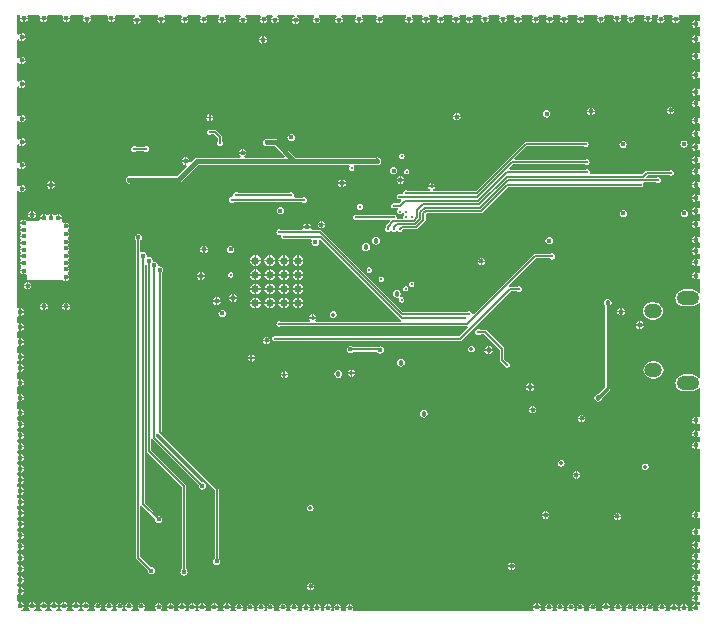
<source format=gbl>
G04 Layer_Physical_Order=4*
G04 Layer_Color=16711680*
%FSLAX25Y25*%
%MOIN*%
G70*
G01*
G75*
%ADD54C,0.01000*%
%ADD57C,0.01500*%
%ADD58C,0.00600*%
%ADD61O,0.05906X0.04921*%
%ADD62O,0.07480X0.04823*%
%ADD63C,0.01600*%
%ADD64C,0.01300*%
%ADD65C,0.01000*%
%ADD66C,0.01800*%
%ADD67C,0.01400*%
%ADD68C,0.02598*%
G36*
X228351Y197469D02*
X227851Y197317D01*
X227837Y197337D01*
X227407Y197625D01*
X227150Y197676D01*
Y196400D01*
Y195124D01*
X227407Y195175D01*
X227837Y195463D01*
X227851Y195483D01*
X228351Y195331D01*
Y192369D01*
X227851Y192217D01*
X227837Y192237D01*
X227407Y192525D01*
X227150Y192576D01*
Y191300D01*
Y190024D01*
X227407Y190075D01*
X227837Y190363D01*
X227851Y190383D01*
X228351Y190231D01*
Y186669D01*
X227851Y186517D01*
X227837Y186537D01*
X227407Y186825D01*
X227150Y186876D01*
Y185600D01*
Y184324D01*
X227407Y184375D01*
X227837Y184663D01*
X227851Y184683D01*
X228351Y184531D01*
Y180469D01*
X227851Y180317D01*
X227837Y180337D01*
X227407Y180625D01*
X227150Y180676D01*
Y179400D01*
Y178124D01*
X227407Y178175D01*
X227837Y178463D01*
X227851Y178483D01*
X228351Y178331D01*
Y174769D01*
X227851Y174617D01*
X227837Y174637D01*
X227407Y174925D01*
X227150Y174976D01*
Y173700D01*
Y172424D01*
X227407Y172475D01*
X227837Y172763D01*
X227851Y172783D01*
X228351Y172631D01*
Y170969D01*
X227851Y170817D01*
X227837Y170837D01*
X227407Y171125D01*
X227150Y171176D01*
Y169900D01*
Y168624D01*
X227407Y168675D01*
X227837Y168963D01*
X227851Y168983D01*
X228351Y168831D01*
Y165269D01*
X227851Y165117D01*
X227837Y165137D01*
X227407Y165425D01*
X227150Y165476D01*
Y164200D01*
Y162924D01*
X227407Y162975D01*
X227837Y163263D01*
X227851Y163283D01*
X228351Y163131D01*
Y160869D01*
X227851Y160717D01*
X227837Y160737D01*
X227407Y161025D01*
X227150Y161076D01*
Y159800D01*
Y158524D01*
X227407Y158575D01*
X227837Y158863D01*
X227851Y158883D01*
X228351Y158731D01*
Y156469D01*
X227851Y156317D01*
X227837Y156337D01*
X227407Y156625D01*
X227150Y156676D01*
Y155400D01*
Y154124D01*
X227407Y154175D01*
X227837Y154463D01*
X227851Y154483D01*
X228351Y154331D01*
Y152069D01*
X227851Y151917D01*
X227837Y151937D01*
X227407Y152225D01*
X227150Y152276D01*
Y151000D01*
Y149724D01*
X227407Y149775D01*
X227837Y150063D01*
X227851Y150083D01*
X228351Y149931D01*
Y148269D01*
X227851Y148117D01*
X227837Y148137D01*
X227407Y148425D01*
X227150Y148476D01*
Y147200D01*
Y145924D01*
X227407Y145975D01*
X227837Y146263D01*
X227851Y146283D01*
X228351Y146131D01*
Y143869D01*
X227851Y143717D01*
X227837Y143737D01*
X227407Y144025D01*
X227150Y144076D01*
Y142800D01*
Y141524D01*
X227407Y141575D01*
X227837Y141863D01*
X227851Y141883D01*
X228351Y141731D01*
Y139469D01*
X227851Y139317D01*
X227837Y139337D01*
X227407Y139625D01*
X227150Y139676D01*
Y138400D01*
Y137124D01*
X227407Y137175D01*
X227837Y137463D01*
X227851Y137483D01*
X228351Y137331D01*
Y135069D01*
X227851Y134917D01*
X227837Y134937D01*
X227407Y135225D01*
X227150Y135276D01*
Y134000D01*
Y132724D01*
X227407Y132775D01*
X227837Y133063D01*
X227851Y133083D01*
X228351Y132931D01*
Y130669D01*
X227851Y130517D01*
X227837Y130537D01*
X227407Y130825D01*
X227150Y130876D01*
Y129600D01*
Y128324D01*
X227407Y128375D01*
X227837Y128663D01*
X227851Y128683D01*
X228351Y128531D01*
Y125569D01*
X227851Y125417D01*
X227837Y125437D01*
X227407Y125725D01*
X227150Y125776D01*
Y124500D01*
Y123224D01*
X227407Y123275D01*
X227837Y123563D01*
X227851Y123583D01*
X228351Y123431D01*
Y121769D01*
X227851Y121617D01*
X227837Y121637D01*
X227407Y121925D01*
X227150Y121976D01*
Y120700D01*
Y119424D01*
X227407Y119475D01*
X227837Y119763D01*
X227851Y119783D01*
X228351Y119631D01*
Y118117D01*
X228169Y117994D01*
X227851Y117895D01*
X227507Y118125D01*
X227250Y118176D01*
Y116900D01*
Y115624D01*
X227507Y115675D01*
X227851Y115905D01*
X228169Y115806D01*
X228351Y115683D01*
Y113717D01*
X228169Y113594D01*
X227851Y113495D01*
X227507Y113725D01*
X227250Y113776D01*
Y112500D01*
Y111224D01*
X227507Y111275D01*
X227851Y111505D01*
X228169Y111406D01*
X228351Y111283D01*
Y106806D01*
X227851Y106636D01*
X227532Y107052D01*
X226945Y107502D01*
X226261Y107785D01*
X225527Y107882D01*
X222869D01*
X222135Y107785D01*
X221451Y107502D01*
X220864Y107052D01*
X220413Y106464D01*
X220130Y105780D01*
X220034Y105046D01*
X220130Y104313D01*
X220413Y103629D01*
X220864Y103041D01*
X221451Y102591D01*
X222135Y102307D01*
X222869Y102211D01*
X225527D01*
X226261Y102307D01*
X226945Y102591D01*
X227532Y103041D01*
X227851Y103457D01*
X228351Y103287D01*
Y78462D01*
X227851Y78292D01*
X227534Y78705D01*
X226947Y79156D01*
X226263Y79439D01*
X225529Y79536D01*
X222871D01*
X222137Y79439D01*
X221453Y79156D01*
X220866Y78705D01*
X220415Y78118D01*
X220132Y77434D01*
X220036Y76700D01*
X220132Y75966D01*
X220415Y75282D01*
X220866Y74695D01*
X221453Y74244D01*
X222137Y73961D01*
X222871Y73864D01*
X225529D01*
X226263Y73961D01*
X226947Y74244D01*
X227534Y74695D01*
X227851Y75108D01*
X228351Y74938D01*
Y65417D01*
X228169Y65294D01*
X227851Y65195D01*
X227507Y65425D01*
X227250Y65476D01*
Y64200D01*
Y62924D01*
X227507Y62975D01*
X227851Y63205D01*
X228169Y63106D01*
X228351Y62983D01*
Y61017D01*
X228169Y60894D01*
X227851Y60795D01*
X227507Y61025D01*
X227250Y61076D01*
Y59800D01*
Y58524D01*
X227507Y58575D01*
X227851Y58805D01*
X228169Y58706D01*
X228351Y58583D01*
Y57117D01*
X228169Y56994D01*
X227851Y56895D01*
X227507Y57125D01*
X227250Y57176D01*
Y55900D01*
Y54624D01*
X227507Y54675D01*
X227851Y54905D01*
X228169Y54806D01*
X228351Y54683D01*
Y34017D01*
X228169Y33894D01*
X227851Y33795D01*
X227507Y34025D01*
X227250Y34076D01*
Y32800D01*
Y31524D01*
X227507Y31575D01*
X227851Y31805D01*
X228169Y31706D01*
X228351Y31583D01*
Y28317D01*
X228169Y28194D01*
X227851Y28095D01*
X227507Y28325D01*
X227250Y28376D01*
Y27100D01*
Y25824D01*
X227507Y25875D01*
X227851Y26105D01*
X228169Y26006D01*
X228351Y25883D01*
Y23917D01*
X228169Y23794D01*
X227851Y23695D01*
X227507Y23925D01*
X227250Y23976D01*
Y22700D01*
Y21424D01*
X227507Y21475D01*
X227851Y21705D01*
X228169Y21606D01*
X228351Y21483D01*
Y20117D01*
X228169Y19994D01*
X227851Y19895D01*
X227507Y20125D01*
X227250Y20176D01*
Y18900D01*
Y17624D01*
X227507Y17675D01*
X227851Y17905D01*
X228169Y17806D01*
X228351Y17683D01*
Y16917D01*
X228169Y16794D01*
X227851Y16695D01*
X227507Y16925D01*
X227250Y16976D01*
Y15700D01*
Y14424D01*
X227507Y14475D01*
X227851Y14705D01*
X228169Y14606D01*
X228351Y14483D01*
Y13117D01*
X228169Y12994D01*
X227851Y12895D01*
X227507Y13125D01*
X227250Y13176D01*
Y11900D01*
Y10624D01*
X227507Y10675D01*
X227851Y10905D01*
X228169Y10806D01*
X228351Y10683D01*
Y9317D01*
X228169Y9194D01*
X227851Y9095D01*
X227507Y9325D01*
X227250Y9376D01*
Y8100D01*
Y6824D01*
X227507Y6875D01*
X227851Y7105D01*
X228169Y7006D01*
X228351Y6883D01*
Y6117D01*
X228169Y5994D01*
X227851Y5895D01*
X227507Y6125D01*
X227250Y6176D01*
Y4900D01*
Y3624D01*
X227507Y3675D01*
X227851Y3905D01*
X228169Y3806D01*
X228351Y3683D01*
Y2917D01*
X228169Y2794D01*
X227851Y2695D01*
X227507Y2925D01*
X227250Y2976D01*
Y1700D01*
X227000D01*
Y1450D01*
X225724D01*
X225775Y1193D01*
X225804Y1149D01*
X225537Y649D01*
X224396D01*
X224129Y1149D01*
X224225Y1293D01*
X224276Y1550D01*
X221724D01*
X221775Y1293D01*
X221871Y1149D01*
X221604Y649D01*
X221063D01*
X220796Y1149D01*
X220825Y1193D01*
X220876Y1450D01*
X218324D01*
X218375Y1193D01*
X218404Y1149D01*
X218137Y649D01*
X216900D01*
X216662Y1149D01*
X216825Y1393D01*
X216876Y1650D01*
X214324D01*
X214375Y1393D01*
X214538Y1149D01*
X214300Y649D01*
X212800D01*
X212562Y1149D01*
X212725Y1393D01*
X212776Y1650D01*
X210224D01*
X210275Y1393D01*
X210438Y1149D01*
X210200Y649D01*
X209600D01*
X209362Y1149D01*
X209525Y1393D01*
X209576Y1650D01*
X207024D01*
X207075Y1393D01*
X207238Y1149D01*
X207000Y649D01*
X206100D01*
X205862Y1149D01*
X206025Y1393D01*
X206076Y1650D01*
X203524D01*
X203575Y1393D01*
X203738Y1149D01*
X203500Y649D01*
X202300D01*
X202062Y1149D01*
X202225Y1393D01*
X202276Y1650D01*
X199724D01*
X199775Y1393D01*
X199938Y1149D01*
X199700Y649D01*
X198217D01*
X198094Y831D01*
X197995Y1149D01*
X198225Y1493D01*
X198276Y1750D01*
X195724D01*
X195775Y1493D01*
X196005Y1149D01*
X195906Y831D01*
X195783Y649D01*
X193800D01*
X193562Y1149D01*
X193725Y1393D01*
X193776Y1650D01*
X191224D01*
X191275Y1393D01*
X191438Y1149D01*
X191200Y649D01*
X189700D01*
X189462Y1149D01*
X189625Y1393D01*
X189676Y1650D01*
X187124D01*
X187175Y1393D01*
X187338Y1149D01*
X187100Y649D01*
X186500D01*
X186262Y1149D01*
X186425Y1393D01*
X186476Y1650D01*
X183924D01*
X183975Y1393D01*
X184138Y1149D01*
X183900Y649D01*
X183000D01*
X182762Y1149D01*
X182925Y1393D01*
X182976Y1650D01*
X180424D01*
X180475Y1393D01*
X180638Y1149D01*
X180400Y649D01*
X179200D01*
X178962Y1149D01*
X179125Y1393D01*
X179176Y1650D01*
X176624D01*
X176675Y1393D01*
X176838Y1149D01*
X176600Y649D01*
X175117D01*
X174994Y831D01*
X174895Y1149D01*
X175125Y1493D01*
X175176Y1750D01*
X172624D01*
X172675Y1493D01*
X172905Y1149D01*
X172806Y831D01*
X172683Y649D01*
X112896D01*
X112629Y1149D01*
X112725Y1293D01*
X112776Y1550D01*
X110224D01*
X110275Y1293D01*
X110371Y1149D01*
X110104Y649D01*
X108796D01*
X108529Y1149D01*
X108625Y1293D01*
X108676Y1550D01*
X106124D01*
X106175Y1293D01*
X106271Y1149D01*
X106052Y738D01*
X105549D01*
X105329Y1149D01*
X105425Y1293D01*
X105476Y1550D01*
X102924D01*
X102975Y1293D01*
X103071Y1149D01*
X102804Y649D01*
X102096D01*
X101829Y1149D01*
X101925Y1293D01*
X101976Y1550D01*
X99424D01*
X99475Y1293D01*
X99571Y1149D01*
X99304Y649D01*
X98296D01*
X98029Y1149D01*
X98125Y1293D01*
X98176Y1550D01*
X95624D01*
X95675Y1293D01*
X95771Y1149D01*
X95504Y649D01*
X94200D01*
X93962Y1149D01*
X94125Y1393D01*
X94176Y1650D01*
X91624D01*
X91675Y1393D01*
X91838Y1149D01*
X91600Y649D01*
X90500D01*
X90262Y1149D01*
X90425Y1393D01*
X90476Y1650D01*
X87924D01*
X87975Y1393D01*
X88138Y1149D01*
X87900Y649D01*
X86400D01*
X86162Y1149D01*
X86325Y1393D01*
X86376Y1650D01*
X83824D01*
X83875Y1393D01*
X84038Y1149D01*
X83800Y649D01*
X83200D01*
X82962Y1149D01*
X83125Y1393D01*
X83176Y1650D01*
X80624D01*
X80675Y1393D01*
X80838Y1149D01*
X80600Y649D01*
X79700D01*
X79462Y1149D01*
X79625Y1393D01*
X79676Y1650D01*
X77124D01*
X77175Y1393D01*
X77338Y1149D01*
X77100Y649D01*
X75900D01*
X75662Y1149D01*
X75825Y1393D01*
X75876Y1650D01*
X73324D01*
X73375Y1393D01*
X73538Y1149D01*
X73300Y649D01*
X71817D01*
X71694Y831D01*
X71595Y1149D01*
X71825Y1493D01*
X71876Y1750D01*
X69324D01*
X69375Y1493D01*
X69605Y1149D01*
X69506Y831D01*
X69383Y649D01*
X67617D01*
X67494Y831D01*
X67395Y1149D01*
X67625Y1493D01*
X67676Y1750D01*
X65124D01*
X65175Y1493D01*
X65405Y1149D01*
X65306Y831D01*
X65183Y649D01*
X63517D01*
X63394Y831D01*
X63295Y1149D01*
X63525Y1493D01*
X63576Y1750D01*
X61024D01*
X61075Y1493D01*
X61305Y1149D01*
X61206Y831D01*
X61083Y649D01*
X60317D01*
X60194Y831D01*
X60095Y1149D01*
X60325Y1493D01*
X60376Y1750D01*
X57824D01*
X57875Y1493D01*
X58105Y1149D01*
X58006Y831D01*
X57883Y649D01*
X56817D01*
X56694Y831D01*
X56595Y1149D01*
X56825Y1493D01*
X56876Y1750D01*
X54324D01*
X54375Y1493D01*
X54605Y1149D01*
X54506Y831D01*
X54383Y649D01*
X53017D01*
X52894Y831D01*
X52795Y1149D01*
X53025Y1493D01*
X53076Y1750D01*
X50524D01*
X50575Y1493D01*
X50805Y1149D01*
X50706Y831D01*
X50583Y649D01*
X48869D01*
X48717Y1149D01*
X48737Y1163D01*
X49025Y1593D01*
X49076Y1850D01*
X46524D01*
X46575Y1593D01*
X46863Y1163D01*
X46883Y1149D01*
X46731Y649D01*
X43019D01*
X42868Y1149D01*
X43037Y1263D01*
X43325Y1693D01*
X43376Y1950D01*
X40824D01*
X40875Y1693D01*
X41163Y1263D01*
X41332Y1149D01*
X41181Y649D01*
X38919D01*
X38768Y1149D01*
X38937Y1263D01*
X39225Y1693D01*
X39276Y1950D01*
X36724D01*
X36775Y1693D01*
X37063Y1263D01*
X37232Y1149D01*
X37081Y649D01*
X35719D01*
X35568Y1149D01*
X35737Y1263D01*
X36025Y1693D01*
X36076Y1950D01*
X33524D01*
X33575Y1693D01*
X33863Y1263D01*
X34032Y1149D01*
X33881Y649D01*
X32219D01*
X32068Y1149D01*
X32237Y1263D01*
X32525Y1693D01*
X32576Y1950D01*
X30024D01*
X30075Y1693D01*
X30363Y1263D01*
X30532Y1149D01*
X30381Y649D01*
X28419D01*
X28268Y1149D01*
X28437Y1263D01*
X28725Y1693D01*
X28776Y1950D01*
X26224D01*
X26275Y1693D01*
X26563Y1263D01*
X26732Y1149D01*
X26581Y649D01*
X24234D01*
X24118Y1149D01*
X24437Y1363D01*
X24725Y1793D01*
X24776Y2050D01*
X22224D01*
X22275Y1793D01*
X22563Y1363D01*
X22882Y1149D01*
X22767Y649D01*
X21034D01*
X20918Y1149D01*
X21237Y1363D01*
X21525Y1793D01*
X21576Y2050D01*
X19024D01*
X19075Y1793D01*
X19363Y1363D01*
X19682Y1149D01*
X19567Y649D01*
X16933D01*
X16818Y1149D01*
X17137Y1363D01*
X17425Y1793D01*
X17476Y2050D01*
X14924D01*
X14975Y1793D01*
X15263Y1363D01*
X15582Y1149D01*
X15466Y649D01*
X13734D01*
X13618Y1149D01*
X13937Y1363D01*
X14225Y1793D01*
X14276Y2050D01*
X11724D01*
X11775Y1793D01*
X12063Y1363D01*
X12382Y1149D01*
X12267Y649D01*
X10233D01*
X10118Y1149D01*
X10437Y1363D01*
X10725Y1793D01*
X10776Y2050D01*
X8224D01*
X8275Y1793D01*
X8563Y1363D01*
X8882Y1149D01*
X8766Y649D01*
X6434D01*
X6318Y1149D01*
X6637Y1363D01*
X6925Y1793D01*
X6976Y2050D01*
X4424D01*
X4475Y1793D01*
X4763Y1363D01*
X5082Y1149D01*
X4967Y649D01*
X2126D01*
X2077Y1149D01*
X2207Y1175D01*
X2637Y1463D01*
X2925Y1893D01*
X2976Y2150D01*
X1700D01*
Y2400D01*
X1450D01*
Y3676D01*
X1193Y3625D01*
X1149Y3596D01*
X649Y3863D01*
Y5937D01*
X1149Y6204D01*
X1193Y6175D01*
X1450Y6124D01*
Y7400D01*
Y8676D01*
X1193Y8625D01*
X1149Y8596D01*
X649Y8863D01*
Y9637D01*
X1149Y9904D01*
X1193Y9875D01*
X1450Y9824D01*
Y11100D01*
Y12376D01*
X1193Y12325D01*
X1149Y12296D01*
X649Y12563D01*
Y13337D01*
X1149Y13604D01*
X1193Y13575D01*
X1450Y13524D01*
Y14800D01*
Y16076D01*
X1193Y16025D01*
X1149Y15996D01*
X649Y16263D01*
Y17037D01*
X1149Y17304D01*
X1193Y17275D01*
X1450Y17224D01*
Y18500D01*
Y19776D01*
X1193Y19725D01*
X1149Y19696D01*
X649Y19963D01*
Y20737D01*
X1149Y21004D01*
X1193Y20975D01*
X1450Y20924D01*
Y22200D01*
Y23476D01*
X1193Y23425D01*
X1149Y23396D01*
X649Y23663D01*
Y24437D01*
X1149Y24704D01*
X1193Y24675D01*
X1450Y24624D01*
Y25900D01*
Y27176D01*
X1193Y27125D01*
X1149Y27096D01*
X649Y27363D01*
Y28137D01*
X1149Y28404D01*
X1193Y28375D01*
X1450Y28324D01*
Y29600D01*
Y30876D01*
X1193Y30825D01*
X1149Y30796D01*
X649Y31063D01*
Y31837D01*
X1149Y32104D01*
X1193Y32075D01*
X1450Y32024D01*
Y33300D01*
Y34576D01*
X1193Y34525D01*
X1149Y34496D01*
X649Y34763D01*
Y35537D01*
X1149Y35804D01*
X1193Y35775D01*
X1450Y35724D01*
Y37000D01*
Y38276D01*
X1193Y38225D01*
X1149Y38196D01*
X649Y38463D01*
Y39237D01*
X1149Y39504D01*
X1193Y39475D01*
X1450Y39424D01*
Y40700D01*
Y41976D01*
X1193Y41925D01*
X1149Y41896D01*
X649Y42163D01*
Y42937D01*
X1149Y43204D01*
X1193Y43175D01*
X1450Y43124D01*
Y44400D01*
Y45676D01*
X1193Y45625D01*
X1149Y45596D01*
X649Y45863D01*
Y46637D01*
X1149Y46904D01*
X1193Y46875D01*
X1450Y46824D01*
Y48100D01*
Y49376D01*
X1193Y49325D01*
X1149Y49296D01*
X649Y49563D01*
Y50337D01*
X1149Y50604D01*
X1193Y50575D01*
X1450Y50524D01*
Y51800D01*
Y53076D01*
X1193Y53025D01*
X1149Y52996D01*
X649Y53263D01*
Y54037D01*
X1149Y54304D01*
X1193Y54275D01*
X1450Y54224D01*
Y55500D01*
Y56776D01*
X1193Y56725D01*
X1149Y56696D01*
X649Y56963D01*
Y57737D01*
X1149Y58004D01*
X1193Y57975D01*
X1450Y57924D01*
Y59200D01*
Y60476D01*
X1193Y60425D01*
X1149Y60396D01*
X649Y60663D01*
Y61437D01*
X1149Y61704D01*
X1193Y61675D01*
X1450Y61624D01*
Y62900D01*
Y64176D01*
X1193Y64125D01*
X1149Y64096D01*
X649Y64363D01*
Y65270D01*
X1033Y65534D01*
X1149Y65564D01*
X1350Y65524D01*
Y66800D01*
Y68076D01*
X1149Y68036D01*
X1033Y68066D01*
X649Y68330D01*
Y70270D01*
X1033Y70534D01*
X1149Y70564D01*
X1350Y70524D01*
Y71800D01*
Y73076D01*
X1149Y73036D01*
X1033Y73066D01*
X649Y73330D01*
Y75270D01*
X1033Y75534D01*
X1149Y75564D01*
X1350Y75524D01*
Y76800D01*
Y78076D01*
X1149Y78036D01*
X1033Y78066D01*
X649Y78330D01*
Y80170D01*
X1033Y80434D01*
X1149Y80464D01*
X1350Y80424D01*
Y81700D01*
Y82976D01*
X1149Y82936D01*
X1033Y82966D01*
X649Y83230D01*
Y83870D01*
X1033Y84134D01*
X1149Y84164D01*
X1350Y84124D01*
Y85400D01*
Y86676D01*
X1149Y86636D01*
X1033Y86666D01*
X649Y86930D01*
Y88770D01*
X1033Y89034D01*
X1149Y89064D01*
X1350Y89024D01*
Y90300D01*
Y91576D01*
X1149Y91536D01*
X1033Y91566D01*
X649Y91830D01*
Y93770D01*
X1033Y94034D01*
X1149Y94064D01*
X1350Y94024D01*
Y95300D01*
Y96576D01*
X1149Y96536D01*
X1033Y96566D01*
X649Y96830D01*
Y98770D01*
X1033Y99034D01*
X1149Y99064D01*
X1350Y99024D01*
Y100300D01*
Y101576D01*
X1149Y101536D01*
X1033Y101566D01*
X649Y101830D01*
Y140581D01*
X1149Y140732D01*
X1263Y140563D01*
X1693Y140275D01*
X1950Y140224D01*
Y141500D01*
Y142776D01*
X1693Y142725D01*
X1263Y142437D01*
X1149Y142268D01*
X649Y142419D01*
Y148281D01*
X1149Y148432D01*
X1263Y148263D01*
X1693Y147975D01*
X1950Y147924D01*
Y149200D01*
Y150476D01*
X1693Y150425D01*
X1263Y150137D01*
X1149Y149968D01*
X649Y150119D01*
Y156081D01*
X1149Y156232D01*
X1263Y156063D01*
X1693Y155775D01*
X1950Y155724D01*
Y157000D01*
Y158276D01*
X1693Y158225D01*
X1263Y157937D01*
X1149Y157768D01*
X649Y157919D01*
Y163881D01*
X1149Y164032D01*
X1263Y163863D01*
X1693Y163575D01*
X1950Y163524D01*
Y164800D01*
Y166076D01*
X1693Y166025D01*
X1263Y165737D01*
X1149Y165568D01*
X649Y165719D01*
Y175481D01*
X1149Y175632D01*
X1263Y175463D01*
X1693Y175175D01*
X1950Y175124D01*
Y176400D01*
Y177676D01*
X1693Y177625D01*
X1263Y177337D01*
X1149Y177168D01*
X649Y177319D01*
Y183281D01*
X1149Y183432D01*
X1263Y183263D01*
X1693Y182975D01*
X1950Y182924D01*
Y184200D01*
Y185476D01*
X1693Y185425D01*
X1263Y185137D01*
X1149Y184968D01*
X649Y185119D01*
Y191081D01*
X1149Y191232D01*
X1263Y191063D01*
X1693Y190775D01*
X1950Y190724D01*
Y192000D01*
Y193276D01*
X1693Y193225D01*
X1263Y192937D01*
X1149Y192768D01*
X649Y192919D01*
Y199351D01*
X1504D01*
X1771Y198851D01*
X1675Y198707D01*
X1624Y198450D01*
X4176D01*
X4125Y198707D01*
X4029Y198851D01*
X4296Y199351D01*
X8104D01*
X8371Y198851D01*
X8275Y198707D01*
X8224Y198450D01*
X10776D01*
X10725Y198707D01*
X10629Y198851D01*
X10896Y199351D01*
X15704D01*
X15971Y198851D01*
X15875Y198707D01*
X15824Y198450D01*
X18376D01*
X18325Y198707D01*
X18229Y198851D01*
X18496Y199351D01*
X22700D01*
X22938Y198851D01*
X22775Y198607D01*
X22724Y198350D01*
X25276D01*
X25225Y198607D01*
X25062Y198851D01*
X25300Y199351D01*
X30704D01*
X30971Y198851D01*
X30875Y198707D01*
X30824Y198450D01*
X33376D01*
X33325Y198707D01*
X33229Y198851D01*
X33496Y199351D01*
X39867D01*
X39982Y198851D01*
X39663Y198637D01*
X39375Y198207D01*
X39324Y197950D01*
X41876D01*
X41825Y198207D01*
X41537Y198637D01*
X41218Y198851D01*
X41333Y199351D01*
X47483D01*
X47606Y199169D01*
X47705Y198851D01*
X47475Y198507D01*
X47424Y198250D01*
X49976D01*
X49925Y198507D01*
X49695Y198851D01*
X49794Y199169D01*
X49917Y199351D01*
X55431D01*
X55583Y198851D01*
X55563Y198837D01*
X55275Y198407D01*
X55224Y198150D01*
X57776D01*
X57725Y198407D01*
X57437Y198837D01*
X57417Y198851D01*
X57569Y199351D01*
X61731D01*
X61883Y198851D01*
X61863Y198837D01*
X61575Y198407D01*
X61524Y198150D01*
X64076D01*
X64025Y198407D01*
X63737Y198837D01*
X63717Y198851D01*
X63869Y199351D01*
X67831D01*
X67983Y198851D01*
X67963Y198837D01*
X67675Y198407D01*
X67624Y198150D01*
X70176D01*
X70125Y198407D01*
X69837Y198837D01*
X69817Y198851D01*
X69969Y199351D01*
X75081D01*
X75232Y198851D01*
X75063Y198737D01*
X74775Y198307D01*
X74724Y198050D01*
X77276D01*
X77225Y198307D01*
X76937Y198737D01*
X76768Y198851D01*
X76919Y199351D01*
X81731D01*
X81883Y198851D01*
X81863Y198837D01*
X81575Y198407D01*
X81524Y198150D01*
X84076D01*
X84025Y198407D01*
X83737Y198837D01*
X83717Y198851D01*
X83869Y199351D01*
X85681D01*
X85832Y198851D01*
X85663Y198737D01*
X85375Y198307D01*
X85324Y198050D01*
X87876D01*
X87825Y198307D01*
X87537Y198737D01*
X87368Y198851D01*
X87519Y199351D01*
X93074D01*
X93123Y198851D01*
X92993Y198825D01*
X92563Y198537D01*
X92275Y198107D01*
X92224Y197850D01*
X94776D01*
X94725Y198107D01*
X94437Y198537D01*
X94007Y198825D01*
X93877Y198851D01*
X93926Y199351D01*
X99581D01*
X99732Y198851D01*
X99563Y198737D01*
X99275Y198307D01*
X99224Y198050D01*
X101776D01*
X101725Y198307D01*
X101437Y198737D01*
X101268Y198851D01*
X101419Y199351D01*
X106981D01*
X107132Y198851D01*
X106963Y198737D01*
X106675Y198307D01*
X106624Y198050D01*
X109176D01*
X109125Y198307D01*
X108837Y198737D01*
X108668Y198851D01*
X108819Y199351D01*
X113531D01*
X113683Y198851D01*
X113663Y198837D01*
X113375Y198407D01*
X113324Y198150D01*
X115876D01*
X115825Y198407D01*
X115537Y198837D01*
X115517Y198851D01*
X115669Y199351D01*
X120431D01*
X120583Y198851D01*
X120563Y198837D01*
X120275Y198407D01*
X120224Y198150D01*
X122776D01*
X122725Y198407D01*
X122437Y198837D01*
X122417Y198851D01*
X122569Y199351D01*
X130231D01*
X130383Y198851D01*
X130363Y198837D01*
X130075Y198407D01*
X130024Y198150D01*
X132576D01*
X132525Y198407D01*
X132237Y198837D01*
X132217Y198851D01*
X132369Y199351D01*
X135683D01*
X135806Y199169D01*
X135905Y198851D01*
X135675Y198507D01*
X135624Y198250D01*
X138176D01*
X138125Y198507D01*
X137895Y198851D01*
X137994Y199169D01*
X138117Y199351D01*
X140731D01*
X140883Y198851D01*
X140863Y198837D01*
X140575Y198407D01*
X140524Y198150D01*
X143076D01*
X143025Y198407D01*
X142737Y198837D01*
X142717Y198851D01*
X142869Y199351D01*
X145783D01*
X145906Y199169D01*
X146005Y198851D01*
X145775Y198507D01*
X145724Y198250D01*
X148276D01*
X148225Y198507D01*
X147995Y198851D01*
X148094Y199169D01*
X148217Y199351D01*
X150183D01*
X150306Y199169D01*
X150405Y198851D01*
X150175Y198507D01*
X150124Y198250D01*
X152676D01*
X152625Y198507D01*
X152395Y198851D01*
X152494Y199169D01*
X152617Y199351D01*
X155300D01*
X155538Y198851D01*
X155375Y198607D01*
X155324Y198350D01*
X157876D01*
X157825Y198607D01*
X157662Y198851D01*
X157900Y199351D01*
X161300D01*
X161538Y198851D01*
X161375Y198607D01*
X161324Y198350D01*
X163876D01*
X163825Y198607D01*
X163662Y198851D01*
X163900Y199351D01*
X166383D01*
X166506Y199169D01*
X166605Y198851D01*
X166375Y198507D01*
X166324Y198250D01*
X168876D01*
X168825Y198507D01*
X168595Y198851D01*
X168694Y199169D01*
X168817Y199351D01*
X172431D01*
X172583Y198851D01*
X172563Y198837D01*
X172275Y198407D01*
X172224Y198150D01*
X174776D01*
X174725Y198407D01*
X174437Y198837D01*
X174417Y198851D01*
X174569Y199351D01*
X176983D01*
X177106Y199169D01*
X177205Y198851D01*
X176975Y198507D01*
X176924Y198250D01*
X179476D01*
X179425Y198507D01*
X179195Y198851D01*
X179294Y199169D01*
X179417Y199351D01*
X181783D01*
X181906Y199169D01*
X182005Y198851D01*
X181775Y198507D01*
X181724Y198250D01*
X184276D01*
X184225Y198507D01*
X183995Y198851D01*
X184094Y199169D01*
X184217Y199351D01*
X187283D01*
X187406Y199169D01*
X187505Y198851D01*
X187275Y198507D01*
X187224Y198250D01*
X189776D01*
X189725Y198507D01*
X189495Y198851D01*
X189594Y199169D01*
X189717Y199351D01*
X193900D01*
X194138Y198851D01*
X193975Y198607D01*
X193924Y198350D01*
X196476D01*
X196425Y198607D01*
X196262Y198851D01*
X196500Y199351D01*
X199304D01*
X199571Y198851D01*
X199475Y198707D01*
X199424Y198450D01*
X201976D01*
X201925Y198707D01*
X201829Y198851D01*
X202096Y199351D01*
X203900D01*
X204138Y198851D01*
X203975Y198607D01*
X203924Y198350D01*
X206476D01*
X206425Y198607D01*
X206262Y198851D01*
X206500Y199351D01*
X209604D01*
X209871Y198851D01*
X209775Y198707D01*
X209724Y198450D01*
X212276D01*
X212225Y198707D01*
X212129Y198851D01*
X212396Y199351D01*
X214131D01*
X214283Y198851D01*
X214263Y198837D01*
X213975Y198407D01*
X213924Y198150D01*
X216476D01*
X216425Y198407D01*
X216137Y198837D01*
X216117Y198851D01*
X216269Y199351D01*
X218983D01*
X219106Y199169D01*
X219205Y198851D01*
X218975Y198507D01*
X218924Y198250D01*
X221476D01*
X221425Y198507D01*
X221195Y198851D01*
X221294Y199169D01*
X221417Y199351D01*
X228351D01*
Y197469D01*
D02*
G37*
%LPC*%
G36*
X212276Y197950D02*
X211250D01*
Y196924D01*
X211507Y196975D01*
X211937Y197263D01*
X212225Y197693D01*
X212276Y197950D01*
D02*
G37*
G36*
X210750D02*
X209724D01*
X209775Y197693D01*
X210063Y197263D01*
X210493Y196975D01*
X210750Y196924D01*
Y197950D01*
D02*
G37*
G36*
X201976D02*
X200950D01*
Y196924D01*
X201207Y196975D01*
X201637Y197263D01*
X201925Y197693D01*
X201976Y197950D01*
D02*
G37*
G36*
X200450D02*
X199424D01*
X199475Y197693D01*
X199763Y197263D01*
X200193Y196975D01*
X200450Y196924D01*
Y197950D01*
D02*
G37*
G36*
X33376D02*
X32350D01*
Y196924D01*
X32607Y196975D01*
X33037Y197263D01*
X33325Y197693D01*
X33376Y197950D01*
D02*
G37*
G36*
X31850D02*
X30824D01*
X30875Y197693D01*
X31163Y197263D01*
X31593Y196975D01*
X31850Y196924D01*
Y197950D01*
D02*
G37*
G36*
X18376D02*
X17350D01*
Y196924D01*
X17607Y196975D01*
X18037Y197263D01*
X18325Y197693D01*
X18376Y197950D01*
D02*
G37*
G36*
X16850D02*
X15824D01*
X15875Y197693D01*
X16163Y197263D01*
X16593Y196975D01*
X16850Y196924D01*
Y197950D01*
D02*
G37*
G36*
X10776D02*
X9750D01*
Y196924D01*
X10007Y196975D01*
X10437Y197263D01*
X10725Y197693D01*
X10776Y197950D01*
D02*
G37*
G36*
X9250D02*
X8224D01*
X8275Y197693D01*
X8563Y197263D01*
X8993Y196975D01*
X9250Y196924D01*
Y197950D01*
D02*
G37*
G36*
X4176D02*
X3150D01*
Y196924D01*
X3407Y196975D01*
X3837Y197263D01*
X4125Y197693D01*
X4176Y197950D01*
D02*
G37*
G36*
X2650D02*
X1624D01*
X1675Y197693D01*
X1963Y197263D01*
X2393Y196975D01*
X2650Y196924D01*
Y197950D01*
D02*
G37*
G36*
X206476Y197850D02*
X205450D01*
Y196824D01*
X205707Y196875D01*
X206137Y197163D01*
X206425Y197593D01*
X206476Y197850D01*
D02*
G37*
G36*
X204950D02*
X203924D01*
X203975Y197593D01*
X204263Y197163D01*
X204693Y196875D01*
X204950Y196824D01*
Y197850D01*
D02*
G37*
G36*
X196476D02*
X195450D01*
Y196824D01*
X195707Y196875D01*
X196137Y197163D01*
X196425Y197593D01*
X196476Y197850D01*
D02*
G37*
G36*
X194950D02*
X193924D01*
X193975Y197593D01*
X194263Y197163D01*
X194693Y196875D01*
X194950Y196824D01*
Y197850D01*
D02*
G37*
G36*
X163876D02*
X162850D01*
Y196824D01*
X163107Y196875D01*
X163537Y197163D01*
X163825Y197593D01*
X163876Y197850D01*
D02*
G37*
G36*
X162350D02*
X161324D01*
X161375Y197593D01*
X161663Y197163D01*
X162093Y196875D01*
X162350Y196824D01*
Y197850D01*
D02*
G37*
G36*
X157876D02*
X156850D01*
Y196824D01*
X157107Y196875D01*
X157537Y197163D01*
X157825Y197593D01*
X157876Y197850D01*
D02*
G37*
G36*
X156350D02*
X155324D01*
X155375Y197593D01*
X155663Y197163D01*
X156093Y196875D01*
X156350Y196824D01*
Y197850D01*
D02*
G37*
G36*
X25276D02*
X24250D01*
Y196824D01*
X24507Y196875D01*
X24937Y197163D01*
X25225Y197593D01*
X25276Y197850D01*
D02*
G37*
G36*
X23750D02*
X22724D01*
X22775Y197593D01*
X23063Y197163D01*
X23493Y196875D01*
X23750Y196824D01*
Y197850D01*
D02*
G37*
G36*
X221476Y197750D02*
X220450D01*
Y196724D01*
X220707Y196775D01*
X221137Y197063D01*
X221425Y197493D01*
X221476Y197750D01*
D02*
G37*
G36*
X219950D02*
X218924D01*
X218975Y197493D01*
X219263Y197063D01*
X219693Y196775D01*
X219950Y196724D01*
Y197750D01*
D02*
G37*
G36*
X189776D02*
X188750D01*
Y196724D01*
X189007Y196775D01*
X189437Y197063D01*
X189725Y197493D01*
X189776Y197750D01*
D02*
G37*
G36*
X188250D02*
X187224D01*
X187275Y197493D01*
X187563Y197063D01*
X187993Y196775D01*
X188250Y196724D01*
Y197750D01*
D02*
G37*
G36*
X184276D02*
X183250D01*
Y196724D01*
X183507Y196775D01*
X183937Y197063D01*
X184225Y197493D01*
X184276Y197750D01*
D02*
G37*
G36*
X182750D02*
X181724D01*
X181775Y197493D01*
X182063Y197063D01*
X182493Y196775D01*
X182750Y196724D01*
Y197750D01*
D02*
G37*
G36*
X179476D02*
X178450D01*
Y196724D01*
X178707Y196775D01*
X179137Y197063D01*
X179425Y197493D01*
X179476Y197750D01*
D02*
G37*
G36*
X177950D02*
X176924D01*
X176975Y197493D01*
X177263Y197063D01*
X177693Y196775D01*
X177950Y196724D01*
Y197750D01*
D02*
G37*
G36*
X168876D02*
X167850D01*
Y196724D01*
X168107Y196775D01*
X168537Y197063D01*
X168825Y197493D01*
X168876Y197750D01*
D02*
G37*
G36*
X167350D02*
X166324D01*
X166375Y197493D01*
X166663Y197063D01*
X167093Y196775D01*
X167350Y196724D01*
Y197750D01*
D02*
G37*
G36*
X152676D02*
X151650D01*
Y196724D01*
X151907Y196775D01*
X152337Y197063D01*
X152625Y197493D01*
X152676Y197750D01*
D02*
G37*
G36*
X151150D02*
X150124D01*
X150175Y197493D01*
X150463Y197063D01*
X150893Y196775D01*
X151150Y196724D01*
Y197750D01*
D02*
G37*
G36*
X148276D02*
X147250D01*
Y196724D01*
X147507Y196775D01*
X147937Y197063D01*
X148225Y197493D01*
X148276Y197750D01*
D02*
G37*
G36*
X146750D02*
X145724D01*
X145775Y197493D01*
X146063Y197063D01*
X146493Y196775D01*
X146750Y196724D01*
Y197750D01*
D02*
G37*
G36*
X138176D02*
X137150D01*
Y196724D01*
X137407Y196775D01*
X137837Y197063D01*
X138125Y197493D01*
X138176Y197750D01*
D02*
G37*
G36*
X136650D02*
X135624D01*
X135675Y197493D01*
X135963Y197063D01*
X136393Y196775D01*
X136650Y196724D01*
Y197750D01*
D02*
G37*
G36*
X49976D02*
X48950D01*
Y196724D01*
X49207Y196775D01*
X49637Y197063D01*
X49925Y197493D01*
X49976Y197750D01*
D02*
G37*
G36*
X48450D02*
X47424D01*
X47475Y197493D01*
X47763Y197063D01*
X48193Y196775D01*
X48450Y196724D01*
Y197750D01*
D02*
G37*
G36*
X226650Y197676D02*
X226393Y197625D01*
X225963Y197337D01*
X225675Y196907D01*
X225624Y196650D01*
X226650D01*
Y197676D01*
D02*
G37*
G36*
X216476Y197650D02*
X215450D01*
Y196624D01*
X215707Y196675D01*
X216137Y196963D01*
X216425Y197393D01*
X216476Y197650D01*
D02*
G37*
G36*
X214950D02*
X213924D01*
X213975Y197393D01*
X214263Y196963D01*
X214693Y196675D01*
X214950Y196624D01*
Y197650D01*
D02*
G37*
G36*
X174776D02*
X173750D01*
Y196624D01*
X174007Y196675D01*
X174437Y196963D01*
X174725Y197393D01*
X174776Y197650D01*
D02*
G37*
G36*
X173250D02*
X172224D01*
X172275Y197393D01*
X172563Y196963D01*
X172993Y196675D01*
X173250Y196624D01*
Y197650D01*
D02*
G37*
G36*
X143076D02*
X142050D01*
Y196624D01*
X142307Y196675D01*
X142737Y196963D01*
X143025Y197393D01*
X143076Y197650D01*
D02*
G37*
G36*
X141550D02*
X140524D01*
X140575Y197393D01*
X140863Y196963D01*
X141293Y196675D01*
X141550Y196624D01*
Y197650D01*
D02*
G37*
G36*
X132576D02*
X131550D01*
Y196624D01*
X131807Y196675D01*
X132237Y196963D01*
X132525Y197393D01*
X132576Y197650D01*
D02*
G37*
G36*
X131050D02*
X130024D01*
X130075Y197393D01*
X130363Y196963D01*
X130793Y196675D01*
X131050Y196624D01*
Y197650D01*
D02*
G37*
G36*
X122776D02*
X121750D01*
Y196624D01*
X122007Y196675D01*
X122437Y196963D01*
X122725Y197393D01*
X122776Y197650D01*
D02*
G37*
G36*
X121250D02*
X120224D01*
X120275Y197393D01*
X120563Y196963D01*
X120993Y196675D01*
X121250Y196624D01*
Y197650D01*
D02*
G37*
G36*
X115876D02*
X114850D01*
Y196624D01*
X115107Y196675D01*
X115537Y196963D01*
X115825Y197393D01*
X115876Y197650D01*
D02*
G37*
G36*
X114350D02*
X113324D01*
X113375Y197393D01*
X113663Y196963D01*
X114093Y196675D01*
X114350Y196624D01*
Y197650D01*
D02*
G37*
G36*
X84076D02*
X83050D01*
Y196624D01*
X83307Y196675D01*
X83737Y196963D01*
X84025Y197393D01*
X84076Y197650D01*
D02*
G37*
G36*
X82550D02*
X81524D01*
X81575Y197393D01*
X81863Y196963D01*
X82293Y196675D01*
X82550Y196624D01*
Y197650D01*
D02*
G37*
G36*
X70176D02*
X69150D01*
Y196624D01*
X69407Y196675D01*
X69837Y196963D01*
X70125Y197393D01*
X70176Y197650D01*
D02*
G37*
G36*
X68650D02*
X67624D01*
X67675Y197393D01*
X67963Y196963D01*
X68393Y196675D01*
X68650Y196624D01*
Y197650D01*
D02*
G37*
G36*
X64076D02*
X63050D01*
Y196624D01*
X63307Y196675D01*
X63737Y196963D01*
X64025Y197393D01*
X64076Y197650D01*
D02*
G37*
G36*
X62550D02*
X61524D01*
X61575Y197393D01*
X61863Y196963D01*
X62293Y196675D01*
X62550Y196624D01*
Y197650D01*
D02*
G37*
G36*
X57776D02*
X56750D01*
Y196624D01*
X57007Y196675D01*
X57437Y196963D01*
X57725Y197393D01*
X57776Y197650D01*
D02*
G37*
G36*
X56250D02*
X55224D01*
X55275Y197393D01*
X55563Y196963D01*
X55993Y196675D01*
X56250Y196624D01*
Y197650D01*
D02*
G37*
G36*
X109176Y197550D02*
X108150D01*
Y196524D01*
X108407Y196575D01*
X108837Y196863D01*
X109125Y197293D01*
X109176Y197550D01*
D02*
G37*
G36*
X107650D02*
X106624D01*
X106675Y197293D01*
X106963Y196863D01*
X107393Y196575D01*
X107650Y196524D01*
Y197550D01*
D02*
G37*
G36*
X101776D02*
X100750D01*
Y196524D01*
X101007Y196575D01*
X101437Y196863D01*
X101725Y197293D01*
X101776Y197550D01*
D02*
G37*
G36*
X100250D02*
X99224D01*
X99275Y197293D01*
X99563Y196863D01*
X99993Y196575D01*
X100250Y196524D01*
Y197550D01*
D02*
G37*
G36*
X87876D02*
X86850D01*
Y196524D01*
X87107Y196575D01*
X87537Y196863D01*
X87825Y197293D01*
X87876Y197550D01*
D02*
G37*
G36*
X86350D02*
X85324D01*
X85375Y197293D01*
X85663Y196863D01*
X86093Y196575D01*
X86350Y196524D01*
Y197550D01*
D02*
G37*
G36*
X77276D02*
X76250D01*
Y196524D01*
X76507Y196575D01*
X76937Y196863D01*
X77225Y197293D01*
X77276Y197550D01*
D02*
G37*
G36*
X75750D02*
X74724D01*
X74775Y197293D01*
X75063Y196863D01*
X75493Y196575D01*
X75750Y196524D01*
Y197550D01*
D02*
G37*
G36*
X41876Y197450D02*
X40850D01*
Y196424D01*
X41107Y196475D01*
X41537Y196763D01*
X41825Y197193D01*
X41876Y197450D01*
D02*
G37*
G36*
X40350D02*
X39324D01*
X39375Y197193D01*
X39663Y196763D01*
X40093Y196475D01*
X40350Y196424D01*
Y197450D01*
D02*
G37*
G36*
X94776Y197350D02*
X93750D01*
Y196324D01*
X94007Y196375D01*
X94437Y196663D01*
X94725Y197093D01*
X94776Y197350D01*
D02*
G37*
G36*
X93250D02*
X92224D01*
X92275Y197093D01*
X92563Y196663D01*
X92993Y196375D01*
X93250Y196324D01*
Y197350D01*
D02*
G37*
G36*
X226650Y196150D02*
X225624D01*
X225675Y195893D01*
X225963Y195463D01*
X226393Y195175D01*
X226650Y195124D01*
Y196150D01*
D02*
G37*
G36*
X2450Y193276D02*
Y192250D01*
X3476D01*
X3425Y192507D01*
X3137Y192937D01*
X2707Y193225D01*
X2450Y193276D01*
D02*
G37*
G36*
X226650Y192576D02*
X226393Y192525D01*
X225963Y192237D01*
X225675Y191807D01*
X225624Y191550D01*
X226650D01*
Y192576D01*
D02*
G37*
G36*
X82850Y192376D02*
Y191350D01*
X83876D01*
X83825Y191607D01*
X83537Y192037D01*
X83107Y192325D01*
X82850Y192376D01*
D02*
G37*
G36*
X82350D02*
X82093Y192325D01*
X81663Y192037D01*
X81375Y191607D01*
X81324Y191350D01*
X82350D01*
Y192376D01*
D02*
G37*
G36*
X3476Y191750D02*
X2450D01*
Y190724D01*
X2707Y190775D01*
X3137Y191063D01*
X3425Y191493D01*
X3476Y191750D01*
D02*
G37*
G36*
X226650Y191050D02*
X225624D01*
X225675Y190793D01*
X225963Y190363D01*
X226393Y190075D01*
X226650Y190024D01*
Y191050D01*
D02*
G37*
G36*
X83876Y190850D02*
X82850D01*
Y189824D01*
X83107Y189875D01*
X83537Y190163D01*
X83825Y190593D01*
X83876Y190850D01*
D02*
G37*
G36*
X82350D02*
X81324D01*
X81375Y190593D01*
X81663Y190163D01*
X82093Y189875D01*
X82350Y189824D01*
Y190850D01*
D02*
G37*
G36*
X226650Y186876D02*
X226393Y186825D01*
X225963Y186537D01*
X225675Y186107D01*
X225624Y185850D01*
X226650D01*
Y186876D01*
D02*
G37*
G36*
X2450Y185476D02*
Y184450D01*
X3476D01*
X3425Y184707D01*
X3137Y185137D01*
X2707Y185425D01*
X2450Y185476D01*
D02*
G37*
G36*
X226650Y185350D02*
X225624D01*
X225675Y185093D01*
X225963Y184663D01*
X226393Y184375D01*
X226650Y184324D01*
Y185350D01*
D02*
G37*
G36*
X3476Y183950D02*
X2450D01*
Y182924D01*
X2707Y182975D01*
X3137Y183263D01*
X3425Y183693D01*
X3476Y183950D01*
D02*
G37*
G36*
X226650Y180676D02*
X226393Y180625D01*
X225963Y180337D01*
X225675Y179907D01*
X225624Y179650D01*
X226650D01*
Y180676D01*
D02*
G37*
G36*
Y179150D02*
X225624D01*
X225675Y178893D01*
X225963Y178463D01*
X226393Y178175D01*
X226650Y178124D01*
Y179150D01*
D02*
G37*
G36*
X2450Y177676D02*
Y176650D01*
X3476D01*
X3425Y176907D01*
X3137Y177337D01*
X2707Y177625D01*
X2450Y177676D01*
D02*
G37*
G36*
X3476Y176150D02*
X2450D01*
Y175124D01*
X2707Y175175D01*
X3137Y175463D01*
X3425Y175893D01*
X3476Y176150D01*
D02*
G37*
G36*
X226650Y174976D02*
X226393Y174925D01*
X225963Y174637D01*
X225675Y174207D01*
X225624Y173950D01*
X226650D01*
Y174976D01*
D02*
G37*
G36*
Y173450D02*
X225624D01*
X225675Y173193D01*
X225963Y172763D01*
X226393Y172475D01*
X226650Y172424D01*
Y173450D01*
D02*
G37*
G36*
Y171176D02*
X226393Y171125D01*
X225963Y170837D01*
X225675Y170407D01*
X225624Y170150D01*
X226650D01*
Y171176D01*
D02*
G37*
G36*
Y169650D02*
X225624D01*
X225675Y169393D01*
X225963Y168963D01*
X226393Y168675D01*
X226650Y168624D01*
Y169650D01*
D02*
G37*
G36*
X218737Y168788D02*
Y167763D01*
X219763D01*
X219712Y168020D01*
X219425Y168450D01*
X218995Y168737D01*
X218737Y168788D01*
D02*
G37*
G36*
X218237D02*
X217980Y168737D01*
X217550Y168450D01*
X217263Y168020D01*
X217212Y167763D01*
X218237D01*
Y168788D01*
D02*
G37*
G36*
X192163Y168488D02*
Y167463D01*
X193188D01*
X193137Y167720D01*
X192850Y168150D01*
X192420Y168437D01*
X192163Y168488D01*
D02*
G37*
G36*
X191663D02*
X191405Y168437D01*
X190975Y168150D01*
X190688Y167720D01*
X190637Y167463D01*
X191663D01*
Y168488D01*
D02*
G37*
G36*
X219763Y167263D02*
X218737D01*
Y166237D01*
X218995Y166288D01*
X219425Y166575D01*
X219712Y167005D01*
X219763Y167263D01*
D02*
G37*
G36*
X218237D02*
X217212D01*
X217263Y167005D01*
X217550Y166575D01*
X217980Y166288D01*
X218237Y166237D01*
Y167263D01*
D02*
G37*
G36*
X193188Y166963D02*
X192163D01*
Y165937D01*
X192420Y165988D01*
X192850Y166275D01*
X193137Y166705D01*
X193188Y166963D01*
D02*
G37*
G36*
X191663D02*
X190637D01*
X190688Y166705D01*
X190975Y166275D01*
X191405Y165988D01*
X191663Y165937D01*
Y166963D01*
D02*
G37*
G36*
X147450Y166776D02*
Y165750D01*
X148476D01*
X148425Y166007D01*
X148137Y166437D01*
X147707Y166725D01*
X147450Y166776D01*
D02*
G37*
G36*
X146950D02*
X146693Y166725D01*
X146263Y166437D01*
X145975Y166007D01*
X145924Y165750D01*
X146950D01*
Y166776D01*
D02*
G37*
G36*
X65150Y166223D02*
Y165350D01*
X66023D01*
X65983Y165549D01*
X65729Y165929D01*
X65349Y166183D01*
X65150Y166223D01*
D02*
G37*
G36*
X64650D02*
X64451Y166183D01*
X64071Y165929D01*
X63817Y165549D01*
X63777Y165350D01*
X64650D01*
Y166223D01*
D02*
G37*
G36*
X177200Y167623D02*
X176732Y167530D01*
X176335Y167265D01*
X176070Y166868D01*
X175977Y166400D01*
X176070Y165932D01*
X176335Y165535D01*
X176732Y165270D01*
X177200Y165176D01*
X177668Y165270D01*
X178065Y165535D01*
X178330Y165932D01*
X178424Y166400D01*
X178330Y166868D01*
X178065Y167265D01*
X177668Y167530D01*
X177200Y167623D01*
D02*
G37*
G36*
X2450Y166076D02*
Y165050D01*
X3476D01*
X3425Y165307D01*
X3137Y165737D01*
X2707Y166025D01*
X2450Y166076D01*
D02*
G37*
G36*
X226650Y165476D02*
X226393Y165425D01*
X225963Y165137D01*
X225675Y164707D01*
X225624Y164450D01*
X226650D01*
Y165476D01*
D02*
G37*
G36*
X148476Y165250D02*
X147450D01*
Y164224D01*
X147707Y164275D01*
X148137Y164563D01*
X148425Y164993D01*
X148476Y165250D01*
D02*
G37*
G36*
X146950D02*
X145924D01*
X145975Y164993D01*
X146263Y164563D01*
X146693Y164275D01*
X146950Y164224D01*
Y165250D01*
D02*
G37*
G36*
X66023Y164850D02*
X65150D01*
Y163977D01*
X65349Y164017D01*
X65729Y164271D01*
X65983Y164651D01*
X66023Y164850D01*
D02*
G37*
G36*
X64650D02*
X63777D01*
X63817Y164651D01*
X64071Y164271D01*
X64451Y164017D01*
X64650Y163977D01*
Y164850D01*
D02*
G37*
G36*
X3476Y164550D02*
X2450D01*
Y163524D01*
X2707Y163575D01*
X3137Y163863D01*
X3425Y164293D01*
X3476Y164550D01*
D02*
G37*
G36*
X226650Y163950D02*
X225624D01*
X225675Y163693D01*
X225963Y163263D01*
X226393Y162975D01*
X226650Y162924D01*
Y163950D01*
D02*
G37*
G36*
Y161076D02*
X226393Y161025D01*
X225963Y160737D01*
X225675Y160307D01*
X225624Y160050D01*
X226650D01*
Y161076D01*
D02*
G37*
G36*
Y159550D02*
X225624D01*
X225675Y159293D01*
X225963Y158863D01*
X226393Y158575D01*
X226650Y158524D01*
Y159550D01*
D02*
G37*
G36*
X92000Y159824D02*
X91532Y159730D01*
X91135Y159465D01*
X90870Y159068D01*
X90776Y158600D01*
X90870Y158132D01*
X91135Y157735D01*
X91532Y157470D01*
X92000Y157377D01*
X92468Y157470D01*
X92865Y157735D01*
X93130Y158132D01*
X93224Y158600D01*
X93130Y159068D01*
X92865Y159465D01*
X92468Y159730D01*
X92000Y159824D01*
D02*
G37*
G36*
X2450Y158276D02*
Y157250D01*
X3476D01*
X3425Y157507D01*
X3137Y157937D01*
X2707Y158225D01*
X2450Y158276D01*
D02*
G37*
G36*
X3476Y156750D02*
X2450D01*
Y155724D01*
X2707Y155775D01*
X3137Y156063D01*
X3425Y156493D01*
X3476Y156750D01*
D02*
G37*
G36*
X226650Y156676D02*
X226393Y156625D01*
X225963Y156337D01*
X225675Y155907D01*
X225624Y155650D01*
X226650D01*
Y156676D01*
D02*
G37*
G36*
X64900Y161218D02*
X64549Y161148D01*
X64251Y160949D01*
X64052Y160651D01*
X63982Y160300D01*
X64052Y159949D01*
X64251Y159651D01*
X64549Y159452D01*
X64900Y159382D01*
X65251Y159452D01*
X65452Y159586D01*
X66304D01*
X67586Y158304D01*
Y157386D01*
X67543Y157357D01*
X67311Y157010D01*
X67229Y156600D01*
X67311Y156190D01*
X67543Y155843D01*
X67890Y155611D01*
X68300Y155529D01*
X68710Y155611D01*
X69057Y155843D01*
X69289Y156190D01*
X69371Y156600D01*
X69289Y157010D01*
X69057Y157357D01*
X69014Y157386D01*
Y158600D01*
X68959Y158873D01*
X68805Y159105D01*
X67105Y160805D01*
X66873Y160959D01*
X66600Y161014D01*
X65452D01*
X65251Y161148D01*
X64900Y161218D01*
D02*
G37*
G36*
X43700Y155771D02*
X43290Y155689D01*
X42943Y155457D01*
X42914Y155414D01*
X40486D01*
X40457Y155457D01*
X40110Y155689D01*
X39700Y155771D01*
X39290Y155689D01*
X38943Y155457D01*
X38711Y155110D01*
X38629Y154700D01*
X38711Y154290D01*
X38943Y153943D01*
X39290Y153711D01*
X39700Y153629D01*
X40110Y153711D01*
X40457Y153943D01*
X40486Y153986D01*
X42914D01*
X42943Y153943D01*
X43290Y153711D01*
X43700Y153629D01*
X44110Y153711D01*
X44457Y153943D01*
X44689Y154290D01*
X44771Y154700D01*
X44689Y155110D01*
X44457Y155457D01*
X44110Y155689D01*
X43700Y155771D01*
D02*
G37*
G36*
X190247Y157170D02*
X189896Y157101D01*
X189695Y156967D01*
X170153D01*
X169880Y156912D01*
X169648Y156757D01*
X153604Y140714D01*
X139517D01*
X139439Y140952D01*
X139434Y141214D01*
X139765Y141435D01*
X140030Y141832D01*
X140074Y142050D01*
X137726D01*
X137770Y141832D01*
X138035Y141435D01*
X138366Y141214D01*
X138361Y140952D01*
X138283Y140714D01*
X130752D01*
X130551Y140848D01*
X130200Y140918D01*
X129849Y140848D01*
X129551Y140649D01*
X129352Y140351D01*
X129282Y140000D01*
X128887Y139514D01*
X128652D01*
X128451Y139648D01*
X128100Y139718D01*
X127749Y139648D01*
X127451Y139449D01*
X127252Y139151D01*
X127182Y138800D01*
X127252Y138449D01*
X127451Y138151D01*
X127749Y137952D01*
X128100Y137882D01*
X128451Y137952D01*
X128570Y137886D01*
X128657Y137266D01*
X127910Y136519D01*
X126778D01*
X126577Y136653D01*
X126226Y136723D01*
X125875Y136653D01*
X125577Y136454D01*
X125378Y136157D01*
X125308Y135805D01*
X125378Y135454D01*
X125577Y135157D01*
X125875Y134958D01*
X126226Y134888D01*
X126577Y134958D01*
X126778Y135092D01*
X127552D01*
X127704Y134592D01*
X127546Y134486D01*
X127347Y134188D01*
X127277Y133837D01*
X127347Y133486D01*
X127546Y133188D01*
X127843Y132989D01*
X128194Y132919D01*
X128546Y132989D01*
X128843Y133188D01*
X128890Y133257D01*
X129468D01*
X129514Y133188D01*
X129583Y133142D01*
Y132564D01*
X129514Y132517D01*
X129315Y132220D01*
X129245Y131869D01*
X129256Y131814D01*
X128896Y131314D01*
X127493D01*
X127133Y131814D01*
X127144Y131869D01*
X127074Y132220D01*
X126875Y132517D01*
X126577Y132716D01*
X126226Y132786D01*
X125875Y132716D01*
X125674Y132582D01*
X114083D01*
X113883Y132716D01*
X113531Y132786D01*
X113180Y132716D01*
X112883Y132517D01*
X112684Y132220D01*
X112614Y131869D01*
X112684Y131517D01*
X112883Y131220D01*
X113180Y131021D01*
X113531Y130951D01*
X113883Y131021D01*
X114083Y131155D01*
X124838D01*
X125046Y130655D01*
X123695Y129305D01*
X123541Y129073D01*
X123486Y128800D01*
Y128397D01*
X123410Y128283D01*
X123340Y127931D01*
X123410Y127580D01*
X123609Y127283D01*
X123906Y127084D01*
X124258Y127014D01*
X124609Y127084D01*
X124906Y127283D01*
X124953Y127352D01*
X125531D01*
X125577Y127283D01*
X125875Y127084D01*
X126226Y127014D01*
X126577Y127084D01*
X126875Y127283D01*
X126921Y127352D01*
X127499D01*
X127546Y127283D01*
X127843Y127084D01*
X128194Y127014D01*
X128546Y127084D01*
X128843Y127283D01*
X129042Y127580D01*
X129089Y127817D01*
X129159Y127886D01*
X133660D01*
X133933Y127941D01*
X134165Y128095D01*
X136605Y130535D01*
X136759Y130767D01*
X136814Y131040D01*
Y133076D01*
X137167Y133429D01*
X155371D01*
X155644Y133484D01*
X155876Y133638D01*
X164324Y142086D01*
X207948D01*
X208149Y141952D01*
X208500Y141882D01*
X208851Y141952D01*
X209149Y142151D01*
X209348Y142449D01*
X209418Y142800D01*
X209354Y143121D01*
X209354Y143161D01*
X209635Y143621D01*
X213783D01*
X213983Y143487D01*
X214335Y143417D01*
X214686Y143487D01*
X214984Y143686D01*
X215182Y143983D01*
X215252Y144335D01*
X215182Y144686D01*
X214984Y144983D01*
X214686Y145182D01*
X214335Y145252D01*
X213983Y145182D01*
X213783Y145048D01*
X210511D01*
X210320Y145510D01*
X210830Y146021D01*
X218113D01*
X218314Y145887D01*
X218665Y145817D01*
X219017Y145887D01*
X219314Y146086D01*
X219513Y146384D01*
X219583Y146735D01*
X219513Y147086D01*
X219314Y147383D01*
X219017Y147582D01*
X218665Y147652D01*
X218314Y147582D01*
X218113Y147448D01*
X210535D01*
X210262Y147394D01*
X210030Y147239D01*
X209004Y146214D01*
X191792D01*
X191524Y146714D01*
X191548Y146749D01*
X191618Y147100D01*
X191548Y147451D01*
X191349Y147749D01*
X191051Y147948D01*
X190700Y148018D01*
X190349Y147948D01*
X190148Y147814D01*
X164791D01*
X164599Y148276D01*
X165957Y149634D01*
X190001D01*
X190201Y149499D01*
X190553Y149430D01*
X190904Y149499D01*
X191201Y149698D01*
X191401Y149996D01*
X191470Y150347D01*
X191401Y150698D01*
X191201Y150996D01*
X190904Y151195D01*
X190553Y151265D01*
X190201Y151195D01*
X190001Y151061D01*
X166624D01*
X166432Y151523D01*
X170449Y155539D01*
X189695D01*
X189896Y155405D01*
X190247Y155335D01*
X190598Y155405D01*
X190896Y155604D01*
X191095Y155902D01*
X191165Y156253D01*
X191095Y156604D01*
X190896Y156902D01*
X190598Y157101D01*
X190247Y157170D01*
D02*
G37*
G36*
X222953Y157576D02*
X222484Y157483D01*
X222088Y157218D01*
X221822Y156821D01*
X221729Y156353D01*
X221822Y155885D01*
X222088Y155488D01*
X222484Y155222D01*
X222953Y155129D01*
X223421Y155222D01*
X223818Y155488D01*
X224083Y155885D01*
X224176Y156353D01*
X224083Y156821D01*
X223818Y157218D01*
X223421Y157483D01*
X222953Y157576D01*
D02*
G37*
G36*
X202653Y157476D02*
X202185Y157383D01*
X201788Y157118D01*
X201522Y156721D01*
X201429Y156253D01*
X201522Y155784D01*
X201788Y155388D01*
X202185Y155122D01*
X202653Y155029D01*
X203121Y155122D01*
X203518Y155388D01*
X203783Y155784D01*
X203876Y156253D01*
X203783Y156721D01*
X203518Y157118D01*
X203121Y157383D01*
X202653Y157476D01*
D02*
G37*
G36*
X226650Y155150D02*
X225624D01*
X225675Y154893D01*
X225963Y154463D01*
X226393Y154175D01*
X226650Y154124D01*
Y155150D01*
D02*
G37*
G36*
X76050Y154676D02*
Y153650D01*
X77076D01*
X77025Y153907D01*
X76737Y154337D01*
X76307Y154625D01*
X76050Y154676D01*
D02*
G37*
G36*
X75550D02*
X75293Y154625D01*
X74863Y154337D01*
X74575Y153907D01*
X74524Y153650D01*
X75550D01*
Y154676D01*
D02*
G37*
G36*
X83900Y158124D02*
X83432Y158030D01*
X83035Y157765D01*
X82770Y157368D01*
X82677Y156900D01*
X82770Y156432D01*
X83035Y156035D01*
X83432Y155770D01*
X83900Y155676D01*
X84156Y155728D01*
X86314D01*
X89807Y152234D01*
X89616Y151772D01*
X76604D01*
X76453Y152272D01*
X76737Y152463D01*
X77025Y152893D01*
X77076Y153150D01*
X74524D01*
X74575Y152893D01*
X74863Y152463D01*
X75147Y152272D01*
X74996Y151772D01*
X60500D01*
X60051Y151683D01*
X59671Y151429D01*
X58559Y150317D01*
X58311Y150450D01*
X57050D01*
Y149189D01*
X57183Y148941D01*
X53814Y145572D01*
X38356D01*
X38100Y145624D01*
X37632Y145530D01*
X37235Y145265D01*
X36970Y144868D01*
X36876Y144400D01*
X36970Y143932D01*
X37235Y143535D01*
X37632Y143270D01*
X38100Y143176D01*
X38356Y143228D01*
X54300D01*
X54749Y143317D01*
X55129Y143571D01*
X60986Y149427D01*
X111367D01*
X111512Y149051D01*
X111537Y148927D01*
X111352Y148651D01*
X111282Y148300D01*
X111352Y147949D01*
X111551Y147651D01*
X111849Y147452D01*
X112200Y147382D01*
X112551Y147452D01*
X112849Y147651D01*
X113048Y147949D01*
X113118Y148300D01*
X113048Y148651D01*
X112863Y148927D01*
X112888Y149051D01*
X113032Y149427D01*
X120115D01*
X120193Y149375D01*
X120700Y149275D01*
X121207Y149375D01*
X121637Y149663D01*
X121925Y150093D01*
X122026Y150600D01*
X121925Y151107D01*
X121637Y151537D01*
X121207Y151825D01*
X120700Y151926D01*
X120193Y151825D01*
X120115Y151772D01*
X93586D01*
X87629Y157729D01*
X87249Y157983D01*
X86800Y158072D01*
X84156D01*
X83900Y158124D01*
D02*
G37*
G36*
X128900Y153218D02*
X128549Y153148D01*
X128251Y152949D01*
X128052Y152651D01*
X127982Y152300D01*
X128052Y151949D01*
X128251Y151651D01*
X128549Y151452D01*
X128900Y151382D01*
X129251Y151452D01*
X129549Y151651D01*
X129748Y151949D01*
X129818Y152300D01*
X129748Y152651D01*
X129549Y152949D01*
X129251Y153148D01*
X128900Y153218D01*
D02*
G37*
G36*
X226650Y152276D02*
X226393Y152225D01*
X225963Y151937D01*
X225675Y151507D01*
X225624Y151250D01*
X226650D01*
Y152276D01*
D02*
G37*
G36*
X57050Y151976D02*
Y150950D01*
X58076D01*
X58025Y151207D01*
X57737Y151637D01*
X57307Y151925D01*
X57050Y151976D01*
D02*
G37*
G36*
X56550D02*
X56293Y151925D01*
X55863Y151637D01*
X55575Y151207D01*
X55524Y150950D01*
X56550D01*
Y151976D01*
D02*
G37*
G36*
X226650Y150750D02*
X225624D01*
X225675Y150493D01*
X225963Y150063D01*
X226393Y149775D01*
X226650Y149724D01*
Y150750D01*
D02*
G37*
G36*
X2450Y150476D02*
Y149450D01*
X3476D01*
X3425Y149707D01*
X3137Y150137D01*
X2707Y150425D01*
X2450Y150476D01*
D02*
G37*
G36*
X56550Y150450D02*
X55524D01*
X55575Y150193D01*
X55863Y149763D01*
X56293Y149475D01*
X56550Y149424D01*
Y150450D01*
D02*
G37*
G36*
X3476Y148950D02*
X2450D01*
Y147924D01*
X2707Y147975D01*
X3137Y148263D01*
X3425Y148693D01*
X3476Y148950D01*
D02*
G37*
G36*
X226650Y148476D02*
X226393Y148425D01*
X225963Y148137D01*
X225675Y147707D01*
X225624Y147450D01*
X226650D01*
Y148476D01*
D02*
G37*
G36*
X126198Y148726D02*
X125729Y148633D01*
X125332Y148368D01*
X125067Y147971D01*
X124974Y147502D01*
X125067Y147034D01*
X125332Y146637D01*
X125729Y146372D01*
X126198Y146279D01*
X126666Y146372D01*
X127063Y146637D01*
X127328Y147034D01*
X127421Y147502D01*
X127328Y147971D01*
X127063Y148368D01*
X126666Y148633D01*
X126198Y148726D01*
D02*
G37*
G36*
X130500Y148018D02*
X130149Y147948D01*
X129851Y147749D01*
X129652Y147451D01*
X129582Y147100D01*
X129652Y146749D01*
X129851Y146451D01*
X130149Y146252D01*
X130500Y146182D01*
X130851Y146252D01*
X131149Y146451D01*
X131348Y146749D01*
X131418Y147100D01*
X131348Y147451D01*
X131149Y147749D01*
X130851Y147948D01*
X130500Y148018D01*
D02*
G37*
G36*
X226650Y146950D02*
X225624D01*
X225675Y146693D01*
X225963Y146263D01*
X226393Y145975D01*
X226650Y145924D01*
Y146950D01*
D02*
G37*
G36*
X128652Y145673D02*
Y144648D01*
X129678D01*
X129627Y144905D01*
X129340Y145335D01*
X128910Y145622D01*
X128652Y145673D01*
D02*
G37*
G36*
X128152D02*
X127895Y145622D01*
X127465Y145335D01*
X127178Y144905D01*
X127127Y144648D01*
X128152D01*
Y145673D01*
D02*
G37*
G36*
X109150Y144560D02*
Y143534D01*
X110176D01*
X110125Y143791D01*
X109837Y144221D01*
X109407Y144509D01*
X109150Y144560D01*
D02*
G37*
G36*
X108650D02*
X108393Y144509D01*
X107963Y144221D01*
X107675Y143791D01*
X107624Y143534D01*
X108650D01*
Y144560D01*
D02*
G37*
G36*
X129678Y144148D02*
X128652D01*
Y143122D01*
X128910Y143173D01*
X129340Y143460D01*
X129627Y143890D01*
X129678Y144148D01*
D02*
G37*
G36*
X128152D02*
X127127D01*
X127178Y143890D01*
X127465Y143460D01*
X127895Y143173D01*
X128152Y143122D01*
Y144148D01*
D02*
G37*
G36*
X226650Y144076D02*
X226393Y144025D01*
X225963Y143737D01*
X225675Y143307D01*
X225624Y143050D01*
X226650D01*
Y144076D01*
D02*
G37*
G36*
X12150Y143976D02*
Y142950D01*
X13176D01*
X13125Y143207D01*
X12837Y143637D01*
X12407Y143925D01*
X12150Y143976D01*
D02*
G37*
G36*
X11650D02*
X11393Y143925D01*
X10963Y143637D01*
X10675Y143207D01*
X10624Y142950D01*
X11650D01*
Y143976D01*
D02*
G37*
G36*
X139150Y143474D02*
Y142550D01*
X140074D01*
X140030Y142768D01*
X139765Y143165D01*
X139368Y143430D01*
X139150Y143474D01*
D02*
G37*
G36*
X138650D02*
X138432Y143430D01*
X138035Y143165D01*
X137770Y142768D01*
X137726Y142550D01*
X138650D01*
Y143474D01*
D02*
G37*
G36*
X110176Y143034D02*
X109150D01*
Y142008D01*
X109407Y142060D01*
X109837Y142347D01*
X110125Y142777D01*
X110176Y143034D01*
D02*
G37*
G36*
X108650D02*
X107624D01*
X107675Y142777D01*
X107963Y142347D01*
X108393Y142060D01*
X108650Y142008D01*
Y143034D01*
D02*
G37*
G36*
X2450Y142776D02*
Y141750D01*
X3476D01*
X3425Y142007D01*
X3137Y142437D01*
X2707Y142725D01*
X2450Y142776D01*
D02*
G37*
G36*
X226650Y142550D02*
X225624D01*
X225675Y142293D01*
X225963Y141863D01*
X226393Y141575D01*
X226650Y141524D01*
Y142550D01*
D02*
G37*
G36*
X13176Y142450D02*
X12150D01*
Y141424D01*
X12407Y141475D01*
X12837Y141763D01*
X13125Y142193D01*
X13176Y142450D01*
D02*
G37*
G36*
X11650D02*
X10624D01*
X10675Y142193D01*
X10963Y141763D01*
X11393Y141475D01*
X11650Y141424D01*
Y142450D01*
D02*
G37*
G36*
X3476Y141250D02*
X2450D01*
Y140224D01*
X2707Y140275D01*
X3137Y140563D01*
X3425Y140993D01*
X3476Y141250D01*
D02*
G37*
G36*
X92000Y140471D02*
X91590Y140389D01*
X91243Y140157D01*
X91214Y140114D01*
X74486D01*
X74457Y140157D01*
X74110Y140389D01*
X73700Y140471D01*
X73290Y140389D01*
X72943Y140157D01*
X72711Y139810D01*
X72629Y139400D01*
X72672Y139187D01*
X72352Y138790D01*
X72287Y138753D01*
X72200Y138771D01*
X71790Y138689D01*
X71443Y138457D01*
X71211Y138110D01*
X71129Y137700D01*
X71211Y137290D01*
X71443Y136943D01*
X71790Y136711D01*
X72200Y136629D01*
X72610Y136711D01*
X72957Y136943D01*
X72986Y136986D01*
X95514D01*
X95543Y136943D01*
X95890Y136711D01*
X96300Y136629D01*
X96710Y136711D01*
X97057Y136943D01*
X97289Y137290D01*
X97371Y137700D01*
X97289Y138110D01*
X97057Y138457D01*
X96710Y138689D01*
X96300Y138771D01*
X95890Y138689D01*
X95543Y138457D01*
X95514Y138414D01*
X93205D01*
X92938Y138914D01*
X92989Y138990D01*
X93071Y139400D01*
X92989Y139810D01*
X92757Y140157D01*
X92410Y140389D01*
X92000Y140471D01*
D02*
G37*
G36*
X226650Y139676D02*
X226393Y139625D01*
X225963Y139337D01*
X225675Y138907D01*
X225624Y138650D01*
X226650D01*
Y139676D01*
D02*
G37*
G36*
Y138150D02*
X225624D01*
X225675Y137893D01*
X225963Y137463D01*
X226393Y137175D01*
X226650Y137124D01*
Y138150D01*
D02*
G37*
G36*
X114900Y136571D02*
X114490Y136489D01*
X114143Y136257D01*
X113911Y135910D01*
X113829Y135500D01*
X113911Y135090D01*
X114143Y134743D01*
X114490Y134511D01*
X114900Y134429D01*
X115310Y134511D01*
X115657Y134743D01*
X115889Y135090D01*
X115971Y135500D01*
X115889Y135910D01*
X115657Y136257D01*
X115310Y136489D01*
X114900Y136571D01*
D02*
G37*
G36*
X226650Y135276D02*
X226393Y135225D01*
X225963Y134937D01*
X225675Y134507D01*
X225624Y134250D01*
X226650D01*
Y135276D01*
D02*
G37*
G36*
X5916Y134085D02*
Y133059D01*
X6942D01*
X6891Y133316D01*
X6603Y133746D01*
X6173Y134033D01*
X5916Y134085D01*
D02*
G37*
G36*
X5416D02*
X5159Y134033D01*
X4729Y133746D01*
X4441Y133316D01*
X4390Y133059D01*
X5416D01*
Y134085D01*
D02*
G37*
G36*
X88450Y135373D02*
X87982Y135280D01*
X87585Y135015D01*
X87320Y134618D01*
X87226Y134150D01*
X87320Y133682D01*
X87585Y133285D01*
X87982Y133020D01*
X88450Y132926D01*
X88918Y133020D01*
X89315Y133285D01*
X89580Y133682D01*
X89674Y134150D01*
X89580Y134618D01*
X89315Y135015D01*
X88918Y135280D01*
X88450Y135373D01*
D02*
G37*
G36*
X226650Y133750D02*
X225624D01*
X225675Y133493D01*
X225963Y133063D01*
X226393Y132775D01*
X226650Y132724D01*
Y133750D01*
D02*
G37*
G36*
X14185Y133016D02*
X13927Y132965D01*
X13497Y132677D01*
X13485Y132659D01*
X12884D01*
X12872Y132677D01*
X12442Y132965D01*
X12185Y133016D01*
Y131740D01*
X11685D01*
Y133016D01*
X11427Y132965D01*
X11119Y132759D01*
X10785Y132709D01*
X10450Y132759D01*
X10142Y132965D01*
X9885Y133016D01*
Y131740D01*
X9635D01*
Y131490D01*
X8359D01*
X8400Y131285D01*
X8379Y131187D01*
X8108Y130785D01*
X3895D01*
X3781Y130864D01*
X3772Y130877D01*
X3342Y131165D01*
X3085Y131216D01*
Y129940D01*
X2835D01*
Y129690D01*
X1559D01*
X1610Y129433D01*
X1897Y129003D01*
Y128677D01*
X1610Y128247D01*
X1559Y127990D01*
X2835D01*
Y127490D01*
X1559D01*
X1610Y127233D01*
X1897Y126803D01*
Y126477D01*
X1610Y126047D01*
X1559Y125790D01*
X2835D01*
Y125290D01*
X1559D01*
X1610Y125033D01*
X1897Y124603D01*
Y124277D01*
X1610Y123847D01*
X1559Y123590D01*
X2835D01*
Y123090D01*
X1559D01*
X1610Y122833D01*
X1897Y122403D01*
Y122077D01*
X1610Y121647D01*
X1559Y121390D01*
X2835D01*
Y120890D01*
X1559D01*
X1610Y120633D01*
X1897Y120203D01*
Y119877D01*
X1610Y119447D01*
X1559Y119190D01*
X2835D01*
Y118690D01*
X1559D01*
X1610Y118433D01*
X1897Y118003D01*
Y117677D01*
X1610Y117247D01*
X1559Y116990D01*
X2835D01*
Y116490D01*
X1559D01*
X1610Y116233D01*
X1897Y115803D01*
X1990Y115741D01*
Y115139D01*
X1897Y115077D01*
X1610Y114647D01*
X1559Y114390D01*
X2835D01*
Y114140D01*
X3085D01*
Y112864D01*
X3342Y112916D01*
X3395Y112951D01*
X3895Y112683D01*
Y111100D01*
X15706Y111100D01*
X16107Y110863D01*
X16327Y110716D01*
X16585Y110664D01*
Y111940D01*
X16835D01*
Y112190D01*
X18110D01*
X18059Y112447D01*
X17772Y112877D01*
X17679Y112940D01*
Y113541D01*
X17772Y113603D01*
X18059Y114033D01*
X18110Y114290D01*
X16835D01*
Y114790D01*
X18110D01*
X18059Y115047D01*
X17772Y115477D01*
Y115803D01*
X18059Y116233D01*
X18110Y116490D01*
X16835D01*
Y116990D01*
X18110D01*
X18059Y117247D01*
X17772Y117677D01*
Y118003D01*
X18059Y118433D01*
X18110Y118690D01*
X16835D01*
Y119190D01*
X18110D01*
X18059Y119447D01*
X17772Y119877D01*
X17679Y119939D01*
Y120541D01*
X17772Y120603D01*
X18059Y121033D01*
X18110Y121290D01*
X16835D01*
Y121790D01*
X18110D01*
X18059Y122047D01*
X17772Y122477D01*
Y122803D01*
X18059Y123233D01*
X18110Y123490D01*
X16835D01*
Y123990D01*
X18110D01*
X18059Y124247D01*
X17772Y124677D01*
X17679Y124740D01*
Y125341D01*
X17772Y125403D01*
X18059Y125833D01*
X18110Y126090D01*
X16835D01*
Y126590D01*
X18110D01*
X18059Y126847D01*
X17772Y127277D01*
X17679Y127339D01*
Y127941D01*
X17772Y128003D01*
X18059Y128433D01*
X18110Y128690D01*
X16835D01*
Y128940D01*
X16585D01*
Y130216D01*
X16327Y130165D01*
X16206Y130083D01*
X15753Y130325D01*
X15706Y130785D01*
X15706Y130785D01*
X15706Y130785D01*
X15670Y131285D01*
X15710Y131490D01*
X14435D01*
Y131740D01*
X14185D01*
Y133016D01*
D02*
G37*
G36*
X223053Y134476D02*
X222585Y134383D01*
X222188Y134118D01*
X221922Y133721D01*
X221829Y133253D01*
X221922Y132784D01*
X222188Y132388D01*
X222585Y132122D01*
X223053Y132029D01*
X223521Y132122D01*
X223918Y132388D01*
X224183Y132784D01*
X224276Y133253D01*
X224183Y133721D01*
X223918Y134118D01*
X223521Y134383D01*
X223053Y134476D01*
D02*
G37*
G36*
X202747D02*
X202279Y134383D01*
X201882Y134118D01*
X201617Y133721D01*
X201524Y133253D01*
X201617Y132784D01*
X201882Y132388D01*
X202279Y132122D01*
X202747Y132029D01*
X203216Y132122D01*
X203612Y132388D01*
X203878Y132784D01*
X203971Y133253D01*
X203878Y133721D01*
X203612Y134118D01*
X203216Y134383D01*
X202747Y134476D01*
D02*
G37*
G36*
X14685Y133016D02*
Y131990D01*
X15710D01*
X15659Y132247D01*
X15372Y132677D01*
X14942Y132965D01*
X14685Y133016D01*
D02*
G37*
G36*
X9385D02*
X9127Y132965D01*
X8697Y132677D01*
X8410Y132247D01*
X8359Y131990D01*
X9385D01*
Y133016D01*
D02*
G37*
G36*
X6942Y132559D02*
X5916D01*
Y131533D01*
X6173Y131584D01*
X6603Y131872D01*
X6891Y132302D01*
X6942Y132559D01*
D02*
G37*
G36*
X5416D02*
X4390D01*
X4441Y132302D01*
X4729Y131872D01*
X5159Y131584D01*
X5416Y131533D01*
Y132559D01*
D02*
G37*
G36*
X2585Y131216D02*
X2327Y131165D01*
X1897Y130877D01*
X1610Y130447D01*
X1559Y130190D01*
X2585D01*
Y131216D01*
D02*
G37*
G36*
X226650Y130876D02*
X226393Y130825D01*
X225963Y130537D01*
X225675Y130107D01*
X225624Y129850D01*
X226650D01*
Y130876D01*
D02*
G37*
G36*
X102350Y130776D02*
Y129750D01*
X103376D01*
X103325Y130007D01*
X103037Y130437D01*
X102607Y130725D01*
X102350Y130776D01*
D02*
G37*
G36*
X101850D02*
X101593Y130725D01*
X101163Y130437D01*
X100875Y130007D01*
X100824Y129750D01*
X101850D01*
Y130776D01*
D02*
G37*
G36*
X17085Y130216D02*
Y129190D01*
X18110D01*
X18059Y129447D01*
X17772Y129877D01*
X17342Y130165D01*
X17085Y130216D01*
D02*
G37*
G36*
X97550Y129876D02*
Y128850D01*
X98576D01*
X98525Y129107D01*
X98237Y129537D01*
X97807Y129825D01*
X97550Y129876D01*
D02*
G37*
G36*
X97050D02*
X96793Y129825D01*
X96363Y129537D01*
X96075Y129107D01*
X96024Y128850D01*
X97050D01*
Y129876D01*
D02*
G37*
G36*
X226650Y129350D02*
X225624D01*
X225675Y129093D01*
X225963Y128663D01*
X226393Y128375D01*
X226650Y128324D01*
Y129350D01*
D02*
G37*
G36*
X103376Y129250D02*
X102350D01*
Y128224D01*
X102607Y128275D01*
X103037Y128563D01*
X103325Y128993D01*
X103376Y129250D01*
D02*
G37*
G36*
X101850D02*
X100824D01*
X100875Y128993D01*
X101163Y128563D01*
X101593Y128275D01*
X101850Y128224D01*
Y129250D01*
D02*
G37*
G36*
X98576Y128350D02*
X96024D01*
X96051Y128214D01*
X95773Y127714D01*
X88539D01*
X88339Y127848D01*
X87987Y127918D01*
X87636Y127848D01*
X87339Y127649D01*
X87140Y127351D01*
X87070Y127000D01*
X87140Y126649D01*
X87339Y126351D01*
X87636Y126152D01*
X87987Y126082D01*
X88310Y126147D01*
X88558Y125966D01*
X88696Y125803D01*
X88701Y125786D01*
X88645Y125500D01*
X88714Y125149D01*
X88913Y124851D01*
X89211Y124652D01*
X89562Y124582D01*
X89913Y124652D01*
X90114Y124786D01*
X98784D01*
X99015Y124286D01*
X98870Y124068D01*
X98777Y123600D01*
X98870Y123132D01*
X99135Y122735D01*
X99532Y122470D01*
X100000Y122377D01*
X100468Y122470D01*
X100865Y122735D01*
X101130Y123132D01*
X101224Y123600D01*
X101130Y124068D01*
X101376Y124580D01*
X101672Y124619D01*
X128595Y97695D01*
X128718Y97614D01*
X128605Y97114D01*
X100335D01*
X100207Y97313D01*
X100118Y97614D01*
X100330Y97932D01*
X100374Y98150D01*
X98026D01*
X98070Y97932D01*
X98282Y97614D01*
X98193Y97313D01*
X98065Y97114D01*
X88552D01*
X88351Y97248D01*
X88000Y97318D01*
X87649Y97248D01*
X87351Y97049D01*
X87152Y96751D01*
X87082Y96400D01*
X87152Y96049D01*
X87351Y95751D01*
X87649Y95552D01*
X88000Y95482D01*
X88351Y95552D01*
X88552Y95686D01*
X150700D01*
X151001Y95236D01*
X151016Y95125D01*
X148104Y92214D01*
X87052D01*
X86851Y92348D01*
X86500Y92418D01*
X86149Y92348D01*
X85851Y92149D01*
X85652Y91851D01*
X85582Y91500D01*
X85652Y91149D01*
X85851Y90851D01*
X86149Y90652D01*
X86500Y90582D01*
X86851Y90652D01*
X87052Y90786D01*
X148400D01*
X148673Y90841D01*
X148905Y90995D01*
X165196Y107286D01*
X167114D01*
X167143Y107243D01*
X167490Y107011D01*
X167900Y106929D01*
X168310Y107011D01*
X168657Y107243D01*
X168889Y107590D01*
X168971Y108000D01*
X168889Y108410D01*
X168657Y108757D01*
X168310Y108989D01*
X167900Y109071D01*
X167490Y108989D01*
X167143Y108757D01*
X167114Y108714D01*
X164900D01*
X164599Y109164D01*
X164584Y109275D01*
X173496Y118186D01*
X178214D01*
X178243Y118143D01*
X178590Y117911D01*
X179000Y117829D01*
X179410Y117911D01*
X179757Y118143D01*
X179989Y118490D01*
X180071Y118900D01*
X179989Y119310D01*
X179757Y119657D01*
X179410Y119889D01*
X179000Y119971D01*
X178590Y119889D01*
X178243Y119657D01*
X178214Y119614D01*
X173200D01*
X172927Y119559D01*
X172695Y119405D01*
X152853Y99562D01*
X152591Y99637D01*
X152356Y99773D01*
X152289Y100110D01*
X152057Y100457D01*
X151710Y100689D01*
X151300Y100771D01*
X150890Y100689D01*
X150543Y100457D01*
X150514Y100414D01*
X129310D01*
X102219Y127505D01*
X101987Y127659D01*
X101714Y127714D01*
X98827D01*
X98549Y128214D01*
X98576Y128350D01*
D02*
G37*
G36*
X226650Y125776D02*
X226393Y125725D01*
X225963Y125437D01*
X225675Y125007D01*
X225624Y124750D01*
X226650D01*
Y125776D01*
D02*
G37*
G36*
Y124250D02*
X225624D01*
X225675Y123993D01*
X225963Y123563D01*
X226393Y123275D01*
X226650Y123224D01*
Y124250D01*
D02*
G37*
G36*
X178000Y125323D02*
X177532Y125230D01*
X177135Y124965D01*
X176870Y124568D01*
X176777Y124100D01*
X176870Y123632D01*
X177135Y123235D01*
X177532Y122970D01*
X178000Y122877D01*
X178468Y122970D01*
X178865Y123235D01*
X179130Y123632D01*
X179224Y124100D01*
X179130Y124568D01*
X178865Y124965D01*
X178468Y125230D01*
X178000Y125323D01*
D02*
G37*
G36*
X120300Y125426D02*
X119793Y125325D01*
X119363Y125037D01*
X119075Y124607D01*
X118974Y124100D01*
X119075Y123593D01*
X119363Y123163D01*
X119793Y122875D01*
X120300Y122775D01*
X120807Y122875D01*
X121237Y123163D01*
X121525Y123593D01*
X121625Y124100D01*
X121525Y124607D01*
X121237Y125037D01*
X120807Y125325D01*
X120300Y125426D01*
D02*
G37*
G36*
X63250Y122476D02*
Y121450D01*
X64276D01*
X64225Y121707D01*
X63937Y122137D01*
X63507Y122425D01*
X63250Y122476D01*
D02*
G37*
G36*
X62750D02*
X62493Y122425D01*
X62063Y122137D01*
X61775Y121707D01*
X61724Y121450D01*
X62750D01*
Y122476D01*
D02*
G37*
G36*
X226650Y121976D02*
X226393Y121925D01*
X225963Y121637D01*
X225675Y121207D01*
X225624Y120950D01*
X226650D01*
Y121976D01*
D02*
G37*
G36*
X116900Y123326D02*
X116393Y123225D01*
X115963Y122937D01*
X115675Y122507D01*
X115575Y122000D01*
X115675Y121493D01*
X115963Y121063D01*
X116393Y120775D01*
X116900Y120675D01*
X117407Y120775D01*
X117837Y121063D01*
X118125Y121493D01*
X118226Y122000D01*
X118125Y122507D01*
X117837Y122937D01*
X117407Y123225D01*
X116900Y123326D01*
D02*
G37*
G36*
X71800Y122424D02*
X71332Y122330D01*
X70935Y122065D01*
X70670Y121668D01*
X70577Y121200D01*
X70670Y120732D01*
X70935Y120335D01*
X71332Y120070D01*
X71800Y119976D01*
X72268Y120070D01*
X72665Y120335D01*
X72930Y120732D01*
X73023Y121200D01*
X72930Y121668D01*
X72665Y122065D01*
X72268Y122330D01*
X71800Y122424D01*
D02*
G37*
G36*
X64276Y120950D02*
X63250D01*
Y119924D01*
X63507Y119975D01*
X63937Y120263D01*
X64225Y120693D01*
X64276Y120950D01*
D02*
G37*
G36*
X62750D02*
X61724D01*
X61775Y120693D01*
X62063Y120263D01*
X62493Y119975D01*
X62750Y119924D01*
Y120950D01*
D02*
G37*
G36*
X226650Y120450D02*
X225624D01*
X225675Y120193D01*
X225963Y119763D01*
X226393Y119475D01*
X226650Y119424D01*
Y120450D01*
D02*
G37*
G36*
X94537Y119271D02*
Y117737D01*
X96071D01*
X95981Y118189D01*
X95584Y118784D01*
X94989Y119181D01*
X94537Y119271D01*
D02*
G37*
G36*
X94037D02*
X93585Y119181D01*
X92989Y118784D01*
X92592Y118189D01*
X92502Y117737D01*
X94037D01*
Y119271D01*
D02*
G37*
G36*
X89812D02*
Y117737D01*
X91347D01*
X91257Y118189D01*
X90859Y118784D01*
X90264Y119181D01*
X89812Y119271D01*
D02*
G37*
G36*
X89312D02*
X88860Y119181D01*
X88265Y118784D01*
X87867Y118189D01*
X87778Y117737D01*
X89312D01*
Y119271D01*
D02*
G37*
G36*
X85088D02*
Y117737D01*
X86623D01*
X86533Y118189D01*
X86135Y118784D01*
X85540Y119181D01*
X85088Y119271D01*
D02*
G37*
G36*
X84588D02*
X84136Y119181D01*
X83541Y118784D01*
X83143Y118189D01*
X83053Y117737D01*
X84588D01*
Y119271D01*
D02*
G37*
G36*
X80363D02*
Y117737D01*
X81898D01*
X81808Y118189D01*
X81411Y118784D01*
X80815Y119181D01*
X80363Y119271D01*
D02*
G37*
G36*
X79863D02*
X79411Y119181D01*
X78816Y118784D01*
X78419Y118189D01*
X78329Y117737D01*
X79863D01*
Y119271D01*
D02*
G37*
G36*
X155650Y118476D02*
Y117450D01*
X156676D01*
X156625Y117707D01*
X156337Y118137D01*
X155907Y118425D01*
X155650Y118476D01*
D02*
G37*
G36*
X155150D02*
X154893Y118425D01*
X154463Y118137D01*
X154175Y117707D01*
X154124Y117450D01*
X155150D01*
Y118476D01*
D02*
G37*
G36*
X226750Y118176D02*
X226493Y118125D01*
X226063Y117837D01*
X225775Y117407D01*
X225724Y117150D01*
X226750D01*
Y118176D01*
D02*
G37*
G36*
X156676Y116950D02*
X155650D01*
Y115924D01*
X155907Y115975D01*
X156337Y116263D01*
X156625Y116693D01*
X156676Y116950D01*
D02*
G37*
G36*
X155150D02*
X154124D01*
X154175Y116693D01*
X154463Y116263D01*
X154893Y115975D01*
X155150Y115924D01*
Y116950D01*
D02*
G37*
G36*
X96071Y117237D02*
X94537D01*
Y115702D01*
X94989Y115792D01*
X95584Y116190D01*
X95981Y116785D01*
X96071Y117237D01*
D02*
G37*
G36*
X94037D02*
X92502D01*
X92592Y116785D01*
X92989Y116190D01*
X93585Y115792D01*
X94037Y115702D01*
Y117237D01*
D02*
G37*
G36*
X91347D02*
X89812D01*
Y115702D01*
X90264Y115792D01*
X90859Y116190D01*
X91257Y116785D01*
X91347Y117237D01*
D02*
G37*
G36*
X89312D02*
X87778D01*
X87867Y116785D01*
X88265Y116190D01*
X88860Y115792D01*
X89312Y115702D01*
Y117237D01*
D02*
G37*
G36*
X86623D02*
X85088D01*
Y115702D01*
X85540Y115792D01*
X86135Y116190D01*
X86533Y116785D01*
X86623Y117237D01*
D02*
G37*
G36*
X84588D02*
X83053D01*
X83143Y116785D01*
X83541Y116190D01*
X84136Y115792D01*
X84588Y115702D01*
Y117237D01*
D02*
G37*
G36*
X81898D02*
X80363D01*
Y115702D01*
X80815Y115792D01*
X81411Y116190D01*
X81808Y116785D01*
X81898Y117237D01*
D02*
G37*
G36*
X79863D02*
X78329D01*
X78419Y116785D01*
X78816Y116190D01*
X79411Y115792D01*
X79863Y115702D01*
Y117237D01*
D02*
G37*
G36*
X226750Y116650D02*
X225724D01*
X225775Y116393D01*
X226063Y115963D01*
X226493Y115675D01*
X226750Y115624D01*
Y116650D01*
D02*
G37*
G36*
X118100Y115255D02*
X117749Y115185D01*
X117451Y114986D01*
X117252Y114688D01*
X117182Y114337D01*
X117252Y113986D01*
X117451Y113688D01*
X117749Y113489D01*
X118100Y113419D01*
X118451Y113489D01*
X118749Y113688D01*
X118948Y113986D01*
X119018Y114337D01*
X118948Y114688D01*
X118749Y114986D01*
X118451Y115185D01*
X118100Y115255D01*
D02*
G37*
G36*
X94537Y114547D02*
Y113012D01*
X96071D01*
X95981Y113464D01*
X95584Y114059D01*
X94989Y114457D01*
X94537Y114547D01*
D02*
G37*
G36*
X94037D02*
X93585Y114457D01*
X92989Y114059D01*
X92592Y113464D01*
X92502Y113012D01*
X94037D01*
Y114547D01*
D02*
G37*
G36*
X89812D02*
Y113012D01*
X91347D01*
X91257Y113464D01*
X90859Y114059D01*
X90264Y114457D01*
X89812Y114547D01*
D02*
G37*
G36*
X89312D02*
X88860Y114457D01*
X88265Y114059D01*
X87867Y113464D01*
X87778Y113012D01*
X89312D01*
Y114547D01*
D02*
G37*
G36*
X85088D02*
Y113012D01*
X86623D01*
X86533Y113464D01*
X86135Y114059D01*
X85540Y114457D01*
X85088Y114547D01*
D02*
G37*
G36*
X84588D02*
X84136Y114457D01*
X83541Y114059D01*
X83143Y113464D01*
X83053Y113012D01*
X84588D01*
Y114547D01*
D02*
G37*
G36*
X80363D02*
Y113012D01*
X81898D01*
X81808Y113464D01*
X81411Y114059D01*
X80815Y114457D01*
X80363Y114547D01*
D02*
G37*
G36*
X79863D02*
X79411Y114457D01*
X78816Y114059D01*
X78419Y113464D01*
X78329Y113012D01*
X79863D01*
Y114547D01*
D02*
G37*
G36*
X2585Y113890D02*
X1559D01*
X1610Y113633D01*
X1897Y113203D01*
X2327Y112916D01*
X2585Y112864D01*
Y113890D01*
D02*
G37*
G36*
X226750Y113776D02*
X226493Y113725D01*
X226063Y113437D01*
X225775Y113007D01*
X225724Y112750D01*
X226750D01*
Y113776D01*
D02*
G37*
G36*
X62150Y113676D02*
Y112650D01*
X63176D01*
X63125Y112907D01*
X62837Y113337D01*
X62407Y113625D01*
X62150Y113676D01*
D02*
G37*
G36*
X61650D02*
X61393Y113625D01*
X60963Y113337D01*
X60675Y112907D01*
X60624Y112650D01*
X61650D01*
Y113676D01*
D02*
G37*
G36*
X71838Y113680D02*
X71487Y113610D01*
X71189Y113411D01*
X70990Y113113D01*
X70920Y112762D01*
X70990Y112411D01*
X71189Y112113D01*
X71487Y111914D01*
X71838Y111845D01*
X72189Y111914D01*
X72487Y112113D01*
X72686Y112411D01*
X72755Y112762D01*
X72686Y113113D01*
X72487Y113411D01*
X72189Y113610D01*
X71838Y113680D01*
D02*
G37*
G36*
X226750Y112250D02*
X225724D01*
X225775Y111993D01*
X226063Y111563D01*
X226493Y111275D01*
X226750Y111224D01*
Y112250D01*
D02*
G37*
G36*
X63176Y112150D02*
X62150D01*
Y111124D01*
X62407Y111175D01*
X62837Y111463D01*
X63125Y111893D01*
X63176Y112150D01*
D02*
G37*
G36*
X61650D02*
X60624D01*
X60675Y111893D01*
X60963Y111463D01*
X61393Y111175D01*
X61650Y111124D01*
Y112150D01*
D02*
G37*
G36*
X96071Y112512D02*
X94537D01*
Y110977D01*
X94989Y111067D01*
X95584Y111465D01*
X95981Y112060D01*
X96071Y112512D01*
D02*
G37*
G36*
X94037D02*
X92502D01*
X92592Y112060D01*
X92989Y111465D01*
X93585Y111067D01*
X94037Y110977D01*
Y112512D01*
D02*
G37*
G36*
X91347D02*
X89812D01*
Y110977D01*
X90264Y111067D01*
X90859Y111465D01*
X91257Y112060D01*
X91347Y112512D01*
D02*
G37*
G36*
X89312D02*
X87778D01*
X87867Y112060D01*
X88265Y111465D01*
X88860Y111067D01*
X89312Y110977D01*
Y112512D01*
D02*
G37*
G36*
X86623D02*
X85088D01*
Y110977D01*
X85540Y111067D01*
X86135Y111465D01*
X86533Y112060D01*
X86623Y112512D01*
D02*
G37*
G36*
X84588D02*
X83053D01*
X83143Y112060D01*
X83541Y111465D01*
X84136Y111067D01*
X84588Y110977D01*
Y112512D01*
D02*
G37*
G36*
X81898D02*
X80363D01*
Y110977D01*
X80815Y111067D01*
X81411Y111465D01*
X81808Y112060D01*
X81898Y112512D01*
D02*
G37*
G36*
X79863D02*
X78329D01*
X78419Y112060D01*
X78816Y111465D01*
X79411Y111067D01*
X79863Y110977D01*
Y112512D01*
D02*
G37*
G36*
X18110Y111690D02*
X17085D01*
Y110664D01*
X17342Y110716D01*
X17772Y111003D01*
X18059Y111433D01*
X18110Y111690D01*
D02*
G37*
G36*
X122100Y112118D02*
X121749Y112048D01*
X121451Y111849D01*
X121252Y111551D01*
X121182Y111200D01*
X121252Y110849D01*
X121451Y110551D01*
X121749Y110352D01*
X122100Y110282D01*
X122451Y110352D01*
X122749Y110551D01*
X122948Y110849D01*
X123018Y111200D01*
X122948Y111551D01*
X122749Y111849D01*
X122451Y112048D01*
X122100Y112118D01*
D02*
G37*
G36*
X4385Y110416D02*
Y109390D01*
X5410D01*
X5359Y109647D01*
X5072Y110077D01*
X4642Y110365D01*
X4385Y110416D01*
D02*
G37*
G36*
X3885D02*
X3627Y110365D01*
X3197Y110077D01*
X2910Y109647D01*
X2859Y109390D01*
X3885D01*
Y110416D01*
D02*
G37*
G36*
X132187Y110530D02*
X131836Y110460D01*
X131538Y110261D01*
X131340Y109964D01*
X131270Y109613D01*
X131340Y109261D01*
X131538Y108964D01*
X131836Y108765D01*
X132187Y108695D01*
X132539Y108765D01*
X132836Y108964D01*
X133035Y109261D01*
X133105Y109613D01*
X133035Y109964D01*
X132836Y110261D01*
X132539Y110460D01*
X132187Y110530D01*
D02*
G37*
G36*
X94537Y109822D02*
Y108288D01*
X96071D01*
X95981Y108740D01*
X95584Y109335D01*
X94989Y109733D01*
X94537Y109822D01*
D02*
G37*
G36*
X94037D02*
X93585Y109733D01*
X92989Y109335D01*
X92592Y108740D01*
X92502Y108288D01*
X94037D01*
Y109822D01*
D02*
G37*
G36*
X89812D02*
Y108288D01*
X91347D01*
X91257Y108740D01*
X90859Y109335D01*
X90264Y109733D01*
X89812Y109822D01*
D02*
G37*
G36*
X89312D02*
X88860Y109733D01*
X88265Y109335D01*
X87867Y108740D01*
X87778Y108288D01*
X89312D01*
Y109822D01*
D02*
G37*
G36*
X85088D02*
Y108288D01*
X86623D01*
X86533Y108740D01*
X86135Y109335D01*
X85540Y109733D01*
X85088Y109822D01*
D02*
G37*
G36*
X84588D02*
X84136Y109733D01*
X83541Y109335D01*
X83143Y108740D01*
X83053Y108288D01*
X84588D01*
Y109822D01*
D02*
G37*
G36*
X80363D02*
Y108288D01*
X81898D01*
X81808Y108740D01*
X81411Y109335D01*
X80815Y109733D01*
X80363Y109822D01*
D02*
G37*
G36*
X79863D02*
X79411Y109733D01*
X78816Y109335D01*
X78419Y108740D01*
X78329Y108288D01*
X79863D01*
Y109822D01*
D02*
G37*
G36*
X5410Y108890D02*
X4385D01*
Y107864D01*
X4642Y107916D01*
X5072Y108203D01*
X5359Y108633D01*
X5410Y108890D01*
D02*
G37*
G36*
X3885D02*
X2859D01*
X2910Y108633D01*
X3197Y108203D01*
X3627Y107916D01*
X3885Y107864D01*
Y108890D01*
D02*
G37*
G36*
X130200Y109018D02*
X129849Y108948D01*
X129551Y108749D01*
X129352Y108451D01*
X129282Y108100D01*
X129352Y107749D01*
X129551Y107451D01*
X129849Y107252D01*
X130200Y107182D01*
X130551Y107252D01*
X130849Y107451D01*
X131048Y107749D01*
X131118Y108100D01*
X131048Y108451D01*
X130849Y108749D01*
X130551Y108948D01*
X130200Y109018D01*
D02*
G37*
G36*
X96071Y107788D02*
X94537D01*
Y106253D01*
X94989Y106343D01*
X95584Y106741D01*
X95981Y107336D01*
X96071Y107788D01*
D02*
G37*
G36*
X94037D02*
X92502D01*
X92592Y107336D01*
X92989Y106741D01*
X93585Y106343D01*
X94037Y106253D01*
Y107788D01*
D02*
G37*
G36*
X91347D02*
X89812D01*
Y106253D01*
X90264Y106343D01*
X90859Y106741D01*
X91257Y107336D01*
X91347Y107788D01*
D02*
G37*
G36*
X89312D02*
X87778D01*
X87867Y107336D01*
X88265Y106741D01*
X88860Y106343D01*
X89312Y106253D01*
Y107788D01*
D02*
G37*
G36*
X86623D02*
X85088D01*
Y106253D01*
X85540Y106343D01*
X86135Y106741D01*
X86533Y107336D01*
X86623Y107788D01*
D02*
G37*
G36*
X84588D02*
X83053D01*
X83143Y107336D01*
X83541Y106741D01*
X84136Y106343D01*
X84588Y106253D01*
Y107788D01*
D02*
G37*
G36*
X81898D02*
X80363D01*
Y106253D01*
X80815Y106343D01*
X81411Y106741D01*
X81808Y107336D01*
X81898Y107788D01*
D02*
G37*
G36*
X79863D02*
X78329D01*
X78419Y107336D01*
X78816Y106741D01*
X79411Y106343D01*
X79863Y106253D01*
Y107788D01*
D02*
G37*
G36*
X72913Y106313D02*
Y105287D01*
X73939D01*
X73888Y105544D01*
X73600Y105974D01*
X73170Y106262D01*
X72913Y106313D01*
D02*
G37*
G36*
X72413D02*
X72156Y106262D01*
X71726Y105974D01*
X71438Y105544D01*
X71387Y105287D01*
X72413D01*
Y106313D01*
D02*
G37*
G36*
X67450Y105276D02*
Y104250D01*
X68476D01*
X68425Y104507D01*
X68137Y104937D01*
X67707Y105225D01*
X67450Y105276D01*
D02*
G37*
G36*
X66950D02*
X66693Y105225D01*
X66263Y104937D01*
X65975Y104507D01*
X65924Y104250D01*
X66950D01*
Y105276D01*
D02*
G37*
G36*
X73939Y104787D02*
X72913D01*
Y103761D01*
X73170Y103812D01*
X73600Y104100D01*
X73888Y104530D01*
X73939Y104787D01*
D02*
G37*
G36*
X72413D02*
X71387D01*
X71438Y104530D01*
X71726Y104100D01*
X72156Y103812D01*
X72413Y103761D01*
Y104787D01*
D02*
G37*
G36*
X94537Y105098D02*
Y103563D01*
X96071D01*
X95981Y104015D01*
X95584Y104611D01*
X94989Y105008D01*
X94537Y105098D01*
D02*
G37*
G36*
X94037D02*
X93585Y105008D01*
X92989Y104611D01*
X92592Y104015D01*
X92502Y103563D01*
X94037D01*
Y105098D01*
D02*
G37*
G36*
X89812D02*
Y103563D01*
X91347D01*
X91257Y104015D01*
X90859Y104611D01*
X90264Y105008D01*
X89812Y105098D01*
D02*
G37*
G36*
X89312D02*
X88860Y105008D01*
X88265Y104611D01*
X87867Y104015D01*
X87778Y103563D01*
X89312D01*
Y105098D01*
D02*
G37*
G36*
X85088D02*
Y103563D01*
X86623D01*
X86533Y104015D01*
X86135Y104611D01*
X85540Y105008D01*
X85088Y105098D01*
D02*
G37*
G36*
X84588D02*
X84136Y105008D01*
X83541Y104611D01*
X83143Y104015D01*
X83053Y103563D01*
X84588D01*
Y105098D01*
D02*
G37*
G36*
X80363D02*
Y103563D01*
X81898D01*
X81808Y104015D01*
X81411Y104611D01*
X80815Y105008D01*
X80363Y105098D01*
D02*
G37*
G36*
X79863D02*
X79411Y105008D01*
X78816Y104611D01*
X78419Y104015D01*
X78329Y103563D01*
X79863D01*
Y105098D01*
D02*
G37*
G36*
X127200Y107826D02*
X126693Y107725D01*
X126263Y107437D01*
X125975Y107007D01*
X125874Y106500D01*
X125975Y105993D01*
X126263Y105563D01*
X126693Y105275D01*
X127200Y105175D01*
X127700Y105274D01*
X127724Y105257D01*
X128057Y104908D01*
X127952Y104751D01*
X127882Y104400D01*
X127952Y104049D01*
X128151Y103751D01*
X128449Y103552D01*
X128800Y103482D01*
X129151Y103552D01*
X129449Y103751D01*
X129648Y104049D01*
X129718Y104400D01*
X129648Y104751D01*
X129449Y105049D01*
X129151Y105248D01*
X128800Y105318D01*
X128518Y105262D01*
X128328Y105461D01*
X128210Y105671D01*
X128425Y105993D01*
X128525Y106500D01*
X128425Y107007D01*
X128137Y107437D01*
X127707Y107725D01*
X127200Y107826D01*
D02*
G37*
G36*
X68476Y103750D02*
X67450D01*
Y102724D01*
X67707Y102775D01*
X68137Y103063D01*
X68425Y103493D01*
X68476Y103750D01*
D02*
G37*
G36*
X66950D02*
X65924D01*
X65975Y103493D01*
X66263Y103063D01*
X66693Y102775D01*
X66950Y102724D01*
Y103750D01*
D02*
G37*
G36*
X17250Y103476D02*
Y102450D01*
X18276D01*
X18225Y102707D01*
X17937Y103137D01*
X17507Y103425D01*
X17250Y103476D01*
D02*
G37*
G36*
X16750D02*
X16493Y103425D01*
X16063Y103137D01*
X15775Y102707D01*
X15724Y102450D01*
X16750D01*
Y103476D01*
D02*
G37*
G36*
X9850D02*
Y102450D01*
X10876D01*
X10825Y102707D01*
X10537Y103137D01*
X10107Y103425D01*
X9850Y103476D01*
D02*
G37*
G36*
X9350D02*
X9093Y103425D01*
X8663Y103137D01*
X8375Y102707D01*
X8324Y102450D01*
X9350D01*
Y103476D01*
D02*
G37*
G36*
X96071Y103063D02*
X94537D01*
Y101529D01*
X94989Y101619D01*
X95584Y102016D01*
X95981Y102611D01*
X96071Y103063D01*
D02*
G37*
G36*
X94037D02*
X92502D01*
X92592Y102611D01*
X92989Y102016D01*
X93585Y101619D01*
X94037Y101529D01*
Y103063D01*
D02*
G37*
G36*
X91347D02*
X89812D01*
Y101529D01*
X90264Y101619D01*
X90859Y102016D01*
X91257Y102611D01*
X91347Y103063D01*
D02*
G37*
G36*
X89312D02*
X87778D01*
X87867Y102611D01*
X88265Y102016D01*
X88860Y101619D01*
X89312Y101529D01*
Y103063D01*
D02*
G37*
G36*
X86623D02*
X85088D01*
Y101529D01*
X85540Y101619D01*
X86135Y102016D01*
X86533Y102611D01*
X86623Y103063D01*
D02*
G37*
G36*
X84588D02*
X83053D01*
X83143Y102611D01*
X83541Y102016D01*
X84136Y101619D01*
X84588Y101529D01*
Y103063D01*
D02*
G37*
G36*
X81898D02*
X80363D01*
Y101529D01*
X80815Y101619D01*
X81411Y102016D01*
X81808Y102611D01*
X81898Y103063D01*
D02*
G37*
G36*
X79863D02*
X78329D01*
X78419Y102611D01*
X78816Y102016D01*
X79411Y101619D01*
X79863Y101529D01*
Y103063D01*
D02*
G37*
G36*
X18276Y101950D02*
X17250D01*
Y100924D01*
X17507Y100975D01*
X17937Y101263D01*
X18225Y101693D01*
X18276Y101950D01*
D02*
G37*
G36*
X16750D02*
X15724D01*
X15775Y101693D01*
X16063Y101263D01*
X16493Y100975D01*
X16750Y100924D01*
Y101950D01*
D02*
G37*
G36*
X10876D02*
X9850D01*
Y100924D01*
X10107Y100975D01*
X10537Y101263D01*
X10825Y101693D01*
X10876Y101950D01*
D02*
G37*
G36*
X9350D02*
X8324D01*
X8375Y101693D01*
X8663Y101263D01*
X9093Y100975D01*
X9350Y100924D01*
Y101950D01*
D02*
G37*
G36*
X202261Y101765D02*
Y100739D01*
X203287D01*
X203236Y100996D01*
X202948Y101426D01*
X202518Y101714D01*
X202261Y101765D01*
D02*
G37*
G36*
X201761D02*
X201504Y101714D01*
X201074Y101426D01*
X200786Y100996D01*
X200735Y100739D01*
X201761D01*
Y101765D01*
D02*
G37*
G36*
X1850Y101576D02*
Y100550D01*
X2876D01*
X2825Y100807D01*
X2537Y101237D01*
X2107Y101525D01*
X1850Y101576D01*
D02*
G37*
G36*
X203287Y100239D02*
X202261D01*
Y99213D01*
X202518Y99264D01*
X202948Y99552D01*
X203236Y99982D01*
X203287Y100239D01*
D02*
G37*
G36*
X201761D02*
X200735D01*
X200786Y99982D01*
X201074Y99552D01*
X201504Y99264D01*
X201761Y99213D01*
Y100239D01*
D02*
G37*
G36*
X2876Y100050D02*
X1850D01*
Y99024D01*
X2107Y99075D01*
X2537Y99363D01*
X2825Y99793D01*
X2876Y100050D01*
D02*
G37*
G36*
X68998Y101126D02*
X68529Y101033D01*
X68133Y100768D01*
X67867Y100371D01*
X67774Y99902D01*
X67867Y99434D01*
X68133Y99037D01*
X68529Y98772D01*
X68998Y98679D01*
X69466Y98772D01*
X69863Y99037D01*
X70128Y99434D01*
X70221Y99902D01*
X70128Y100371D01*
X69863Y100768D01*
X69466Y101033D01*
X68998Y101126D01*
D02*
G37*
G36*
X99450Y99574D02*
Y98650D01*
X100374D01*
X100330Y98868D01*
X100065Y99265D01*
X99668Y99530D01*
X99450Y99574D01*
D02*
G37*
G36*
X98950D02*
X98732Y99530D01*
X98335Y99265D01*
X98070Y98868D01*
X98026Y98650D01*
X98950D01*
Y99574D01*
D02*
G37*
G36*
X106002Y100624D02*
X105573Y100539D01*
X105209Y100295D01*
X104966Y99932D01*
X104881Y99502D01*
X104966Y99073D01*
X105209Y98709D01*
X105573Y98466D01*
X106002Y98381D01*
X106432Y98466D01*
X106795Y98709D01*
X107038Y99073D01*
X107124Y99502D01*
X107038Y99932D01*
X106795Y100295D01*
X106432Y100539D01*
X106002Y100624D01*
D02*
G37*
G36*
X213078Y103601D02*
X212094D01*
X211347Y103503D01*
X210651Y103215D01*
X210053Y102756D01*
X209595Y102158D01*
X209307Y101462D01*
X209208Y100716D01*
X209307Y99969D01*
X209595Y99273D01*
X210053Y98676D01*
X210651Y98217D01*
X211347Y97929D01*
X212094Y97830D01*
X213078D01*
X213825Y97929D01*
X214521Y98217D01*
X215118Y98676D01*
X215577Y99273D01*
X215865Y99969D01*
X215963Y100716D01*
X215865Y101462D01*
X215577Y102158D01*
X215118Y102756D01*
X214521Y103215D01*
X213825Y103503D01*
X213078Y103601D01*
D02*
G37*
G36*
X208441Y97267D02*
Y96241D01*
X209467D01*
X209416Y96499D01*
X209129Y96929D01*
X208699Y97216D01*
X208441Y97267D01*
D02*
G37*
G36*
X207941D02*
X207684Y97216D01*
X207254Y96929D01*
X206967Y96499D01*
X206916Y96241D01*
X207941D01*
Y97267D01*
D02*
G37*
G36*
X1850Y96576D02*
Y95550D01*
X2876D01*
X2825Y95807D01*
X2537Y96237D01*
X2107Y96525D01*
X1850Y96576D01*
D02*
G37*
G36*
X209467Y95741D02*
X208441D01*
Y94716D01*
X208699Y94767D01*
X209129Y95054D01*
X209416Y95484D01*
X209467Y95741D01*
D02*
G37*
G36*
X207941D02*
X206916D01*
X206967Y95484D01*
X207254Y95054D01*
X207684Y94767D01*
X207941Y94716D01*
Y95741D01*
D02*
G37*
G36*
X2876Y95050D02*
X1850D01*
Y94024D01*
X2107Y94075D01*
X2537Y94363D01*
X2825Y94793D01*
X2876Y95050D01*
D02*
G37*
G36*
X84050Y92176D02*
Y91150D01*
X85076D01*
X85025Y91407D01*
X84737Y91837D01*
X84307Y92125D01*
X84050Y92176D01*
D02*
G37*
G36*
X83550D02*
X83293Y92125D01*
X82863Y91837D01*
X82575Y91407D01*
X82524Y91150D01*
X83550D01*
Y92176D01*
D02*
G37*
G36*
X1850Y91576D02*
Y90550D01*
X2876D01*
X2825Y90807D01*
X2537Y91237D01*
X2107Y91525D01*
X1850Y91576D01*
D02*
G37*
G36*
X85076Y90650D02*
X84050D01*
Y89624D01*
X84307Y89675D01*
X84737Y89963D01*
X85025Y90393D01*
X85076Y90650D01*
D02*
G37*
G36*
X83550D02*
X82524D01*
X82575Y90393D01*
X82863Y89963D01*
X83293Y89675D01*
X83550Y89624D01*
Y90650D01*
D02*
G37*
G36*
X2876Y90050D02*
X1850D01*
Y89024D01*
X2107Y89075D01*
X2537Y89363D01*
X2825Y89793D01*
X2876Y90050D01*
D02*
G37*
G36*
X158050Y88978D02*
Y87850D01*
X159178D01*
X159119Y88146D01*
X158809Y88609D01*
X158346Y88919D01*
X158050Y88978D01*
D02*
G37*
G36*
X157550D02*
X157254Y88919D01*
X156791Y88609D01*
X156481Y88146D01*
X156422Y87850D01*
X157550D01*
Y88978D01*
D02*
G37*
G36*
X152100Y89122D02*
X151671Y89036D01*
X151307Y88793D01*
X151064Y88429D01*
X150978Y88000D01*
X151064Y87571D01*
X151307Y87207D01*
X151671Y86964D01*
X152100Y86878D01*
X152529Y86964D01*
X152893Y87207D01*
X153136Y87571D01*
X153222Y88000D01*
X153136Y88429D01*
X152893Y88793D01*
X152529Y89036D01*
X152100Y89122D01*
D02*
G37*
G36*
X111732Y89076D02*
X111264Y88983D01*
X110867Y88718D01*
X110602Y88321D01*
X110509Y87853D01*
X110602Y87384D01*
X110867Y86988D01*
X111264Y86722D01*
X111732Y86629D01*
X112200Y86722D01*
X112597Y86988D01*
X112698Y87139D01*
X120632D01*
X120835Y86835D01*
X121232Y86570D01*
X121700Y86476D01*
X122168Y86570D01*
X122565Y86835D01*
X122830Y87232D01*
X122924Y87700D01*
X122830Y88168D01*
X122565Y88565D01*
X122168Y88830D01*
X121700Y88924D01*
X121232Y88830D01*
X120837Y88566D01*
X112698D01*
X112597Y88718D01*
X112200Y88983D01*
X111732Y89076D01*
D02*
G37*
G36*
X159178Y87350D02*
X158050D01*
Y86222D01*
X158346Y86281D01*
X158809Y86591D01*
X159119Y87054D01*
X159178Y87350D01*
D02*
G37*
G36*
X157550D02*
X156422D01*
X156481Y87054D01*
X156791Y86591D01*
X157254Y86281D01*
X157550Y86222D01*
Y87350D01*
D02*
G37*
G36*
X1850Y86676D02*
Y85650D01*
X2876D01*
X2825Y85907D01*
X2537Y86337D01*
X2107Y86625D01*
X1850Y86676D01*
D02*
G37*
G36*
X78952Y86176D02*
Y85252D01*
X79876D01*
X79833Y85471D01*
X79567Y85868D01*
X79171Y86133D01*
X78952Y86176D01*
D02*
G37*
G36*
X78452D02*
X78234Y86133D01*
X77837Y85868D01*
X77572Y85471D01*
X77529Y85252D01*
X78452D01*
Y86176D01*
D02*
G37*
G36*
X2876Y85150D02*
X1850D01*
Y84124D01*
X2107Y84175D01*
X2537Y84463D01*
X2825Y84893D01*
X2876Y85150D01*
D02*
G37*
G36*
X79876Y84752D02*
X78952D01*
Y83829D01*
X79171Y83872D01*
X79567Y84137D01*
X79833Y84534D01*
X79876Y84752D01*
D02*
G37*
G36*
X78452D02*
X77529D01*
X77572Y84534D01*
X77837Y84137D01*
X78234Y83872D01*
X78452Y83829D01*
Y84752D01*
D02*
G37*
G36*
X128600Y84825D02*
X128093Y84725D01*
X127663Y84437D01*
X127375Y84007D01*
X127275Y83500D01*
X127375Y82993D01*
X127663Y82563D01*
X128093Y82275D01*
X128600Y82174D01*
X129107Y82275D01*
X129537Y82563D01*
X129825Y82993D01*
X129926Y83500D01*
X129825Y84007D01*
X129537Y84437D01*
X129107Y84725D01*
X128600Y84825D01*
D02*
G37*
G36*
X1850Y82976D02*
Y81950D01*
X2876D01*
X2825Y82207D01*
X2537Y82637D01*
X2107Y82925D01*
X1850Y82976D01*
D02*
G37*
G36*
X154400Y94771D02*
X153990Y94689D01*
X153643Y94457D01*
X153411Y94110D01*
X153329Y93700D01*
X153411Y93290D01*
X153643Y92943D01*
X153990Y92711D01*
X154400Y92629D01*
X154810Y92711D01*
X155157Y92943D01*
X155186Y92986D01*
X156404D01*
X161686Y87704D01*
Y84272D01*
X161741Y83999D01*
X161895Y83768D01*
X163080Y82583D01*
X163127Y82346D01*
X163326Y82049D01*
X163624Y81850D01*
X163975Y81780D01*
X164326Y81850D01*
X164624Y82049D01*
X164823Y82346D01*
X164892Y82698D01*
X164823Y83049D01*
X164624Y83346D01*
X164326Y83545D01*
X164089Y83592D01*
X163114Y84568D01*
Y88000D01*
X163059Y88273D01*
X162905Y88505D01*
X157205Y94205D01*
X156973Y94359D01*
X156700Y94414D01*
X155186D01*
X155157Y94457D01*
X154810Y94689D01*
X154400Y94771D01*
D02*
G37*
G36*
X2876Y81450D02*
X1850D01*
Y80424D01*
X2107Y80475D01*
X2537Y80763D01*
X2825Y81193D01*
X2876Y81450D01*
D02*
G37*
G36*
X112350Y81174D02*
Y80250D01*
X113274D01*
X113230Y80468D01*
X112965Y80865D01*
X112568Y81130D01*
X112350Y81174D01*
D02*
G37*
G36*
X111850D02*
X111632Y81130D01*
X111235Y80865D01*
X110970Y80468D01*
X110926Y80250D01*
X111850D01*
Y81174D01*
D02*
G37*
G36*
X89950Y80674D02*
Y79750D01*
X90874D01*
X90830Y79968D01*
X90565Y80365D01*
X90168Y80630D01*
X89950Y80674D01*
D02*
G37*
G36*
X89450D02*
X89232Y80630D01*
X88835Y80365D01*
X88570Y79968D01*
X88526Y79750D01*
X89450D01*
Y80674D01*
D02*
G37*
G36*
X113274Y79750D02*
X112350D01*
Y78826D01*
X112568Y78870D01*
X112965Y79135D01*
X113230Y79532D01*
X113274Y79750D01*
D02*
G37*
G36*
X111850D02*
X110926D01*
X110970Y79532D01*
X111235Y79135D01*
X111632Y78870D01*
X111850Y78826D01*
Y79750D01*
D02*
G37*
G36*
X107775Y81051D02*
X107268Y80950D01*
X106838Y80662D01*
X106550Y80232D01*
X106449Y79725D01*
X106550Y79218D01*
X106838Y78788D01*
X107268Y78501D01*
X107775Y78400D01*
X108282Y78501D01*
X108712Y78788D01*
X108999Y79218D01*
X109100Y79725D01*
X108999Y80232D01*
X108712Y80662D01*
X108282Y80950D01*
X107775Y81051D01*
D02*
G37*
G36*
X90874Y79250D02*
X89950D01*
Y78326D01*
X90168Y78370D01*
X90565Y78635D01*
X90830Y79032D01*
X90874Y79250D01*
D02*
G37*
G36*
X89450D02*
X88526D01*
X88570Y79032D01*
X88835Y78635D01*
X89232Y78370D01*
X89450Y78326D01*
Y79250D01*
D02*
G37*
G36*
X213275Y83916D02*
X212291D01*
X211544Y83818D01*
X210848Y83530D01*
X210250Y83071D01*
X209792Y82473D01*
X209504Y81778D01*
X209405Y81031D01*
X209504Y80284D01*
X209792Y79588D01*
X210250Y78991D01*
X210848Y78532D01*
X211544Y78244D01*
X212291Y78145D01*
X213275D01*
X214022Y78244D01*
X214718Y78532D01*
X215315Y78991D01*
X215774Y79588D01*
X216062Y80284D01*
X216160Y81031D01*
X216062Y81778D01*
X215774Y82473D01*
X215315Y83071D01*
X214718Y83530D01*
X214022Y83818D01*
X213275Y83916D01*
D02*
G37*
G36*
X1850Y78076D02*
Y77050D01*
X2876D01*
X2825Y77307D01*
X2537Y77737D01*
X2107Y78025D01*
X1850Y78076D01*
D02*
G37*
G36*
X171927Y76599D02*
Y75573D01*
X172953D01*
X172902Y75830D01*
X172614Y76260D01*
X172184Y76547D01*
X171927Y76599D01*
D02*
G37*
G36*
X171427D02*
X171170Y76547D01*
X170740Y76260D01*
X170453Y75830D01*
X170401Y75573D01*
X171427D01*
Y76599D01*
D02*
G37*
G36*
X2876Y76550D02*
X1850D01*
Y75524D01*
X2107Y75575D01*
X2537Y75863D01*
X2825Y76293D01*
X2876Y76550D01*
D02*
G37*
G36*
X172953Y75073D02*
X171927D01*
Y74047D01*
X172184Y74098D01*
X172614Y74386D01*
X172902Y74816D01*
X172953Y75073D01*
D02*
G37*
G36*
X171427D02*
X170401D01*
X170453Y74816D01*
X170740Y74386D01*
X171170Y74098D01*
X171427Y74047D01*
Y75073D01*
D02*
G37*
G36*
X197500Y104825D02*
X196993Y104725D01*
X196563Y104437D01*
X196275Y104007D01*
X196175Y103500D01*
X196275Y102993D01*
X196563Y102563D01*
X196582Y102550D01*
Y75280D01*
X194423Y73121D01*
X194400Y73125D01*
X193893Y73025D01*
X193463Y72737D01*
X193175Y72307D01*
X193075Y71800D01*
X193175Y71293D01*
X193463Y70863D01*
X193893Y70575D01*
X194400Y70474D01*
X194907Y70575D01*
X195337Y70863D01*
X195625Y71293D01*
X195726Y71800D01*
X195721Y71823D01*
X198149Y74251D01*
X198348Y74549D01*
X198418Y74900D01*
Y102550D01*
X198437Y102563D01*
X198725Y102993D01*
X198826Y103500D01*
X198725Y104007D01*
X198437Y104437D01*
X198007Y104725D01*
X197500Y104825D01*
D02*
G37*
G36*
X1850Y73076D02*
Y72050D01*
X2876D01*
X2825Y72307D01*
X2537Y72737D01*
X2107Y73025D01*
X1850Y73076D01*
D02*
G37*
G36*
X2876Y71550D02*
X1850D01*
Y70524D01*
X2107Y70575D01*
X2537Y70863D01*
X2825Y71293D01*
X2876Y71550D01*
D02*
G37*
G36*
X172738Y69087D02*
Y68062D01*
X173764D01*
X173713Y68319D01*
X173425Y68749D01*
X172995Y69036D01*
X172738Y69087D01*
D02*
G37*
G36*
X172238D02*
X171981Y69036D01*
X171551Y68749D01*
X171264Y68319D01*
X171212Y68062D01*
X172238D01*
Y69087D01*
D02*
G37*
G36*
X1850Y68076D02*
Y67050D01*
X2876D01*
X2825Y67307D01*
X2537Y67737D01*
X2107Y68025D01*
X1850Y68076D01*
D02*
G37*
G36*
X173764Y67562D02*
X172738D01*
Y66536D01*
X172995Y66587D01*
X173425Y66874D01*
X173713Y67304D01*
X173764Y67562D01*
D02*
G37*
G36*
X172238D02*
X171212D01*
X171264Y67304D01*
X171551Y66874D01*
X171981Y66587D01*
X172238Y66536D01*
Y67562D01*
D02*
G37*
G36*
X2876Y66550D02*
X1850D01*
Y65524D01*
X2107Y65575D01*
X2537Y65863D01*
X2825Y66293D01*
X2876Y66550D01*
D02*
G37*
G36*
X136200Y67826D02*
X135693Y67725D01*
X135263Y67437D01*
X134975Y67007D01*
X134874Y66500D01*
X134975Y65993D01*
X135263Y65563D01*
X135693Y65275D01*
X136200Y65175D01*
X136707Y65275D01*
X137137Y65563D01*
X137425Y65993D01*
X137525Y66500D01*
X137425Y67007D01*
X137137Y67437D01*
X136707Y67725D01*
X136200Y67826D01*
D02*
G37*
G36*
X189050Y66176D02*
Y65150D01*
X190076D01*
X190025Y65407D01*
X189737Y65837D01*
X189307Y66125D01*
X189050Y66176D01*
D02*
G37*
G36*
X188550D02*
X188293Y66125D01*
X187863Y65837D01*
X187575Y65407D01*
X187524Y65150D01*
X188550D01*
Y66176D01*
D02*
G37*
G36*
X226750Y65476D02*
X226493Y65425D01*
X226063Y65137D01*
X225775Y64707D01*
X225724Y64450D01*
X226750D01*
Y65476D01*
D02*
G37*
G36*
X190076Y64650D02*
X189050D01*
Y63624D01*
X189307Y63675D01*
X189737Y63963D01*
X190025Y64393D01*
X190076Y64650D01*
D02*
G37*
G36*
X188550D02*
X187524D01*
X187575Y64393D01*
X187863Y63963D01*
X188293Y63675D01*
X188550Y63624D01*
Y64650D01*
D02*
G37*
G36*
X1950Y64176D02*
Y63150D01*
X2976D01*
X2925Y63407D01*
X2637Y63837D01*
X2207Y64125D01*
X1950Y64176D01*
D02*
G37*
G36*
X226750Y63950D02*
X225724D01*
X225775Y63693D01*
X226063Y63263D01*
X226493Y62975D01*
X226750Y62924D01*
Y63950D01*
D02*
G37*
G36*
X2976Y62650D02*
X1950D01*
Y61624D01*
X2207Y61675D01*
X2637Y61963D01*
X2925Y62393D01*
X2976Y62650D01*
D02*
G37*
G36*
X226750Y61076D02*
X226493Y61025D01*
X226063Y60737D01*
X225775Y60307D01*
X225724Y60050D01*
X226750D01*
Y61076D01*
D02*
G37*
G36*
X1950Y60476D02*
Y59450D01*
X2976D01*
X2925Y59707D01*
X2637Y60137D01*
X2207Y60425D01*
X1950Y60476D01*
D02*
G37*
G36*
X226750Y59550D02*
X225724D01*
X225775Y59293D01*
X226063Y58863D01*
X226493Y58575D01*
X226750Y58524D01*
Y59550D01*
D02*
G37*
G36*
X2976Y58950D02*
X1950D01*
Y57924D01*
X2207Y57975D01*
X2637Y58263D01*
X2925Y58693D01*
X2976Y58950D01*
D02*
G37*
G36*
X226750Y57176D02*
X226493Y57125D01*
X226063Y56837D01*
X225775Y56407D01*
X225724Y56150D01*
X226750D01*
Y57176D01*
D02*
G37*
G36*
X1950Y56776D02*
Y55750D01*
X2976D01*
X2925Y56007D01*
X2637Y56437D01*
X2207Y56725D01*
X1950Y56776D01*
D02*
G37*
G36*
X226750Y55650D02*
X225724D01*
X225775Y55393D01*
X226063Y54963D01*
X226493Y54675D01*
X226750Y54624D01*
Y55650D01*
D02*
G37*
G36*
X2976Y55250D02*
X1950D01*
Y54224D01*
X2207Y54275D01*
X2637Y54563D01*
X2925Y54993D01*
X2976Y55250D01*
D02*
G37*
G36*
X1950Y53076D02*
Y52050D01*
X2976D01*
X2925Y52307D01*
X2637Y52737D01*
X2207Y53025D01*
X1950Y53076D01*
D02*
G37*
G36*
X2976Y51550D02*
X1950D01*
Y50524D01*
X2207Y50575D01*
X2637Y50863D01*
X2925Y51293D01*
X2976Y51550D01*
D02*
G37*
G36*
X182000Y51022D02*
X181571Y50936D01*
X181207Y50693D01*
X180964Y50329D01*
X180878Y49900D01*
X180964Y49471D01*
X181207Y49107D01*
X181571Y48864D01*
X182000Y48778D01*
X182429Y48864D01*
X182793Y49107D01*
X183036Y49471D01*
X183122Y49900D01*
X183036Y50329D01*
X182793Y50693D01*
X182429Y50936D01*
X182000Y51022D01*
D02*
G37*
G36*
X1950Y49376D02*
Y48350D01*
X2976D01*
X2925Y48607D01*
X2637Y49037D01*
X2207Y49325D01*
X1950Y49376D01*
D02*
G37*
G36*
X210000Y49922D02*
X209571Y49836D01*
X209207Y49593D01*
X208964Y49229D01*
X208878Y48800D01*
X208964Y48371D01*
X209207Y48007D01*
X209571Y47764D01*
X210000Y47678D01*
X210429Y47764D01*
X210793Y48007D01*
X211036Y48371D01*
X211122Y48800D01*
X211036Y49229D01*
X210793Y49593D01*
X210429Y49836D01*
X210000Y49922D01*
D02*
G37*
G36*
X2976Y47850D02*
X1950D01*
Y46824D01*
X2207Y46875D01*
X2637Y47163D01*
X2925Y47593D01*
X2976Y47850D01*
D02*
G37*
G36*
X187350Y47376D02*
Y46350D01*
X188376D01*
X188325Y46607D01*
X188037Y47037D01*
X187607Y47325D01*
X187350Y47376D01*
D02*
G37*
G36*
X186850D02*
X186593Y47325D01*
X186163Y47037D01*
X185875Y46607D01*
X185824Y46350D01*
X186850D01*
Y47376D01*
D02*
G37*
G36*
X188376Y45850D02*
X187350D01*
Y44824D01*
X187607Y44875D01*
X188037Y45163D01*
X188325Y45593D01*
X188376Y45850D01*
D02*
G37*
G36*
X186850D02*
X185824D01*
X185875Y45593D01*
X186163Y45163D01*
X186593Y44875D01*
X186850Y44824D01*
Y45850D01*
D02*
G37*
G36*
X1950Y45676D02*
Y44650D01*
X2976D01*
X2925Y44907D01*
X2637Y45337D01*
X2207Y45625D01*
X1950Y45676D01*
D02*
G37*
G36*
X2976Y44150D02*
X1950D01*
Y43124D01*
X2207Y43175D01*
X2637Y43463D01*
X2925Y43893D01*
X2976Y44150D01*
D02*
G37*
G36*
X1950Y41976D02*
Y40950D01*
X2976D01*
X2925Y41207D01*
X2637Y41637D01*
X2207Y41925D01*
X1950Y41976D01*
D02*
G37*
G36*
X2976Y40450D02*
X1950D01*
Y39424D01*
X2207Y39475D01*
X2637Y39763D01*
X2925Y40193D01*
X2976Y40450D01*
D02*
G37*
G36*
X1950Y38276D02*
Y37250D01*
X2976D01*
X2925Y37507D01*
X2637Y37937D01*
X2207Y38225D01*
X1950Y38276D01*
D02*
G37*
G36*
X2976Y36750D02*
X1950D01*
Y35724D01*
X2207Y35775D01*
X2637Y36063D01*
X2925Y36493D01*
X2976Y36750D01*
D02*
G37*
G36*
X98400Y36122D02*
X97971Y36036D01*
X97607Y35793D01*
X97364Y35429D01*
X97278Y35000D01*
X97364Y34571D01*
X97607Y34207D01*
X97971Y33964D01*
X98400Y33878D01*
X98829Y33964D01*
X99193Y34207D01*
X99436Y34571D01*
X99522Y35000D01*
X99436Y35429D01*
X99193Y35793D01*
X98829Y36036D01*
X98400Y36122D01*
D02*
G37*
G36*
X1950Y34576D02*
Y33550D01*
X2976D01*
X2925Y33807D01*
X2637Y34237D01*
X2207Y34525D01*
X1950Y34576D01*
D02*
G37*
G36*
X226750Y34076D02*
X226493Y34025D01*
X226063Y33737D01*
X225775Y33307D01*
X225724Y33050D01*
X226750D01*
Y34076D01*
D02*
G37*
G36*
X177050Y33976D02*
Y32950D01*
X178076D01*
X178025Y33207D01*
X177737Y33637D01*
X177307Y33925D01*
X177050Y33976D01*
D02*
G37*
G36*
X176550D02*
X176293Y33925D01*
X175863Y33637D01*
X175575Y33207D01*
X175524Y32950D01*
X176550D01*
Y33976D01*
D02*
G37*
G36*
X201037Y33463D02*
Y32437D01*
X202063D01*
X202012Y32695D01*
X201725Y33125D01*
X201295Y33412D01*
X201037Y33463D01*
D02*
G37*
G36*
X200537D02*
X200280Y33412D01*
X199850Y33125D01*
X199563Y32695D01*
X199512Y32437D01*
X200537D01*
Y33463D01*
D02*
G37*
G36*
X2976Y33050D02*
X1950D01*
Y32024D01*
X2207Y32075D01*
X2637Y32363D01*
X2925Y32793D01*
X2976Y33050D01*
D02*
G37*
G36*
X226750Y32550D02*
X225724D01*
X225775Y32293D01*
X226063Y31863D01*
X226493Y31575D01*
X226750Y31524D01*
Y32550D01*
D02*
G37*
G36*
X178076Y32450D02*
X177050D01*
Y31424D01*
X177307Y31475D01*
X177737Y31763D01*
X178025Y32193D01*
X178076Y32450D01*
D02*
G37*
G36*
X176550D02*
X175524D01*
X175575Y32193D01*
X175863Y31763D01*
X176293Y31475D01*
X176550Y31424D01*
Y32450D01*
D02*
G37*
G36*
X202063Y31937D02*
X201037D01*
Y30912D01*
X201295Y30963D01*
X201725Y31250D01*
X202012Y31680D01*
X202063Y31937D01*
D02*
G37*
G36*
X200537D02*
X199512D01*
X199563Y31680D01*
X199850Y31250D01*
X200280Y30963D01*
X200537Y30912D01*
Y31937D01*
D02*
G37*
G36*
X1950Y30876D02*
Y29850D01*
X2976D01*
X2925Y30107D01*
X2637Y30537D01*
X2207Y30825D01*
X1950Y30876D01*
D02*
G37*
G36*
X2976Y29350D02*
X1950D01*
Y28324D01*
X2207Y28375D01*
X2637Y28663D01*
X2925Y29093D01*
X2976Y29350D01*
D02*
G37*
G36*
X226750Y28376D02*
X226493Y28325D01*
X226063Y28037D01*
X225775Y27607D01*
X225724Y27350D01*
X226750D01*
Y28376D01*
D02*
G37*
G36*
X1950Y27176D02*
Y26150D01*
X2976D01*
X2925Y26407D01*
X2637Y26837D01*
X2207Y27125D01*
X1950Y27176D01*
D02*
G37*
G36*
X226750Y26850D02*
X225724D01*
X225775Y26593D01*
X226063Y26163D01*
X226493Y25875D01*
X226750Y25824D01*
Y26850D01*
D02*
G37*
G36*
X2976Y25650D02*
X1950D01*
Y24624D01*
X2207Y24675D01*
X2637Y24963D01*
X2925Y25393D01*
X2976Y25650D01*
D02*
G37*
G36*
X226750Y23976D02*
X226493Y23925D01*
X226063Y23637D01*
X225775Y23207D01*
X225724Y22950D01*
X226750D01*
Y23976D01*
D02*
G37*
G36*
X1950Y23476D02*
Y22450D01*
X2976D01*
X2925Y22707D01*
X2637Y23137D01*
X2207Y23425D01*
X1950Y23476D01*
D02*
G37*
G36*
X226750Y22450D02*
X225724D01*
X225775Y22193D01*
X226063Y21763D01*
X226493Y21475D01*
X226750Y21424D01*
Y22450D01*
D02*
G37*
G36*
X2976Y21950D02*
X1950D01*
Y20924D01*
X2207Y20975D01*
X2637Y21263D01*
X2925Y21693D01*
X2976Y21950D01*
D02*
G37*
G36*
X226750Y20176D02*
X226493Y20125D01*
X226063Y19837D01*
X225775Y19407D01*
X225724Y19150D01*
X226750D01*
Y20176D01*
D02*
G37*
G36*
X1950Y19776D02*
Y18750D01*
X2976D01*
X2925Y19007D01*
X2637Y19437D01*
X2207Y19725D01*
X1950Y19776D01*
D02*
G37*
G36*
X226750Y18650D02*
X225724D01*
X225775Y18393D01*
X226063Y17963D01*
X226493Y17675D01*
X226750Y17624D01*
Y18650D01*
D02*
G37*
G36*
X2976Y18250D02*
X1950D01*
Y17224D01*
X2207Y17275D01*
X2637Y17563D01*
X2925Y17993D01*
X2976Y18250D01*
D02*
G37*
G36*
X41012Y126512D02*
X40544Y126419D01*
X40147Y126153D01*
X39881Y125756D01*
X39788Y125288D01*
X39881Y124820D01*
X40147Y124423D01*
X40298Y124322D01*
Y18488D01*
X40352Y18215D01*
X40507Y17984D01*
X44212Y14279D01*
X44177Y14100D01*
X44270Y13632D01*
X44535Y13235D01*
X44932Y12970D01*
X45400Y12877D01*
X45868Y12970D01*
X46265Y13235D01*
X46530Y13632D01*
X46624Y14100D01*
X46530Y14568D01*
X46265Y14965D01*
X45868Y15230D01*
X45400Y15324D01*
X45221Y15288D01*
X41726Y18784D01*
Y35581D01*
X42226Y35765D01*
X46612Y31379D01*
X46576Y31200D01*
X46670Y30732D01*
X46935Y30335D01*
X47332Y30070D01*
X47800Y29976D01*
X48268Y30070D01*
X48665Y30335D01*
X48930Y30732D01*
X49024Y31200D01*
X48930Y31668D01*
X48665Y32065D01*
X48268Y32330D01*
X47800Y32423D01*
X47621Y32388D01*
X43314Y36696D01*
Y115891D01*
X43435Y116015D01*
X43814Y116149D01*
X43886Y116069D01*
Y53900D01*
X43941Y53627D01*
X44095Y53395D01*
X55586Y41904D01*
Y14666D01*
X55435Y14565D01*
X55170Y14168D01*
X55076Y13700D01*
X55170Y13232D01*
X55435Y12835D01*
X55832Y12570D01*
X56300Y12477D01*
X56768Y12570D01*
X57165Y12835D01*
X57430Y13232D01*
X57524Y13700D01*
X57430Y14168D01*
X57165Y14565D01*
X57014Y14666D01*
Y42200D01*
X56959Y42473D01*
X56805Y42705D01*
X45314Y54196D01*
Y57905D01*
X45814Y58017D01*
X45895Y57895D01*
X61212Y42579D01*
X61177Y42400D01*
X61270Y41932D01*
X61535Y41535D01*
X61932Y41270D01*
X62400Y41177D01*
X62868Y41270D01*
X63265Y41535D01*
X63530Y41932D01*
X63623Y42400D01*
X63530Y42868D01*
X63265Y43265D01*
X62868Y43530D01*
X62400Y43624D01*
X62221Y43588D01*
X47114Y58696D01*
Y59705D01*
X47614Y59817D01*
X47695Y59695D01*
X66486Y40904D01*
Y18266D01*
X66335Y18165D01*
X66070Y17768D01*
X65977Y17300D01*
X66070Y16832D01*
X66335Y16435D01*
X66732Y16170D01*
X67200Y16077D01*
X67668Y16170D01*
X68065Y16435D01*
X68330Y16832D01*
X68423Y17300D01*
X68330Y17768D01*
X68065Y18165D01*
X67914Y18266D01*
Y41200D01*
X67859Y41473D01*
X67705Y41705D01*
X48914Y60496D01*
Y113371D01*
X49065Y113472D01*
X49330Y113869D01*
X49424Y114337D01*
X49330Y114805D01*
X49065Y115202D01*
X48668Y115467D01*
X48200Y115560D01*
X48058Y115532D01*
X47624Y115912D01*
X47623Y115917D01*
X47530Y116380D01*
X47265Y116777D01*
X46868Y117042D01*
X46400Y117135D01*
X46258Y117107D01*
X45824Y117486D01*
X45823Y117491D01*
X45730Y117955D01*
X45465Y118352D01*
X45068Y118617D01*
X44600Y118710D01*
X44242Y118639D01*
X43929Y118853D01*
X43803Y118999D01*
X43824Y119100D01*
X43730Y119568D01*
X43465Y119965D01*
X43068Y120230D01*
X42600Y120324D01*
X42226Y120249D01*
X41888Y120428D01*
X41726Y120560D01*
Y124322D01*
X41877Y124423D01*
X42142Y124820D01*
X42235Y125288D01*
X42142Y125756D01*
X41877Y126153D01*
X41480Y126419D01*
X41012Y126512D01*
D02*
G37*
G36*
X226750Y16976D02*
X226493Y16925D01*
X226063Y16637D01*
X225775Y16207D01*
X225724Y15950D01*
X226750D01*
Y16976D01*
D02*
G37*
G36*
X165750Y16876D02*
Y15850D01*
X166776D01*
X166725Y16107D01*
X166437Y16537D01*
X166007Y16825D01*
X165750Y16876D01*
D02*
G37*
G36*
X165250D02*
X164993Y16825D01*
X164563Y16537D01*
X164275Y16107D01*
X164224Y15850D01*
X165250D01*
Y16876D01*
D02*
G37*
G36*
X1950Y16076D02*
Y15050D01*
X2976D01*
X2925Y15307D01*
X2637Y15737D01*
X2207Y16025D01*
X1950Y16076D01*
D02*
G37*
G36*
X226750Y15450D02*
X225724D01*
X225775Y15193D01*
X226063Y14763D01*
X226493Y14475D01*
X226750Y14424D01*
Y15450D01*
D02*
G37*
G36*
X166776Y15350D02*
X165750D01*
Y14324D01*
X166007Y14375D01*
X166437Y14663D01*
X166725Y15093D01*
X166776Y15350D01*
D02*
G37*
G36*
X165250D02*
X164224D01*
X164275Y15093D01*
X164563Y14663D01*
X164993Y14375D01*
X165250Y14324D01*
Y15350D01*
D02*
G37*
G36*
X2976Y14550D02*
X1950D01*
Y13524D01*
X2207Y13575D01*
X2637Y13863D01*
X2925Y14293D01*
X2976Y14550D01*
D02*
G37*
G36*
X226750Y13176D02*
X226493Y13125D01*
X226063Y12837D01*
X225775Y12407D01*
X225724Y12150D01*
X226750D01*
Y13176D01*
D02*
G37*
G36*
X1950Y12376D02*
Y11350D01*
X2976D01*
X2925Y11607D01*
X2637Y12037D01*
X2207Y12325D01*
X1950Y12376D01*
D02*
G37*
G36*
X226750Y11650D02*
X225724D01*
X225775Y11393D01*
X226063Y10963D01*
X226493Y10675D01*
X226750Y10624D01*
Y11650D01*
D02*
G37*
G36*
X2976Y10850D02*
X1950D01*
Y9824D01*
X2207Y9875D01*
X2637Y10163D01*
X2925Y10593D01*
X2976Y10850D01*
D02*
G37*
G36*
X98750Y10176D02*
Y9150D01*
X99776D01*
X99725Y9407D01*
X99437Y9837D01*
X99007Y10125D01*
X98750Y10176D01*
D02*
G37*
G36*
X98250D02*
X97993Y10125D01*
X97563Y9837D01*
X97275Y9407D01*
X97224Y9150D01*
X98250D01*
Y10176D01*
D02*
G37*
G36*
X226750Y9376D02*
X226493Y9325D01*
X226063Y9037D01*
X225775Y8607D01*
X225724Y8350D01*
X226750D01*
Y9376D01*
D02*
G37*
G36*
X1950Y8676D02*
Y7650D01*
X2976D01*
X2925Y7907D01*
X2637Y8337D01*
X2207Y8625D01*
X1950Y8676D01*
D02*
G37*
G36*
X99776Y8650D02*
X98750D01*
Y7624D01*
X99007Y7675D01*
X99437Y7963D01*
X99725Y8393D01*
X99776Y8650D01*
D02*
G37*
G36*
X98250D02*
X97224D01*
X97275Y8393D01*
X97563Y7963D01*
X97993Y7675D01*
X98250Y7624D01*
Y8650D01*
D02*
G37*
G36*
X226750Y7850D02*
X225724D01*
X225775Y7593D01*
X226063Y7163D01*
X226493Y6875D01*
X226750Y6824D01*
Y7850D01*
D02*
G37*
G36*
X2976Y7150D02*
X1950D01*
Y6124D01*
X2207Y6175D01*
X2637Y6463D01*
X2925Y6893D01*
X2976Y7150D01*
D02*
G37*
G36*
X226750Y6176D02*
X226493Y6125D01*
X226063Y5837D01*
X225775Y5407D01*
X225724Y5150D01*
X226750D01*
Y6176D01*
D02*
G37*
G36*
Y4650D02*
X225724D01*
X225775Y4393D01*
X226063Y3963D01*
X226493Y3675D01*
X226750Y3624D01*
Y4650D01*
D02*
G37*
G36*
X1950Y3676D02*
Y2650D01*
X2976D01*
X2925Y2907D01*
X2637Y3337D01*
X2207Y3625D01*
X1950Y3676D01*
D02*
G37*
G36*
X23750Y3576D02*
Y2550D01*
X24776D01*
X24725Y2807D01*
X24437Y3237D01*
X24007Y3525D01*
X23750Y3576D01*
D02*
G37*
G36*
X23250D02*
X22993Y3525D01*
X22563Y3237D01*
X22275Y2807D01*
X22224Y2550D01*
X23250D01*
Y3576D01*
D02*
G37*
G36*
X20550D02*
Y2550D01*
X21576D01*
X21525Y2807D01*
X21237Y3237D01*
X20807Y3525D01*
X20550Y3576D01*
D02*
G37*
G36*
X20050D02*
X19793Y3525D01*
X19363Y3237D01*
X19075Y2807D01*
X19024Y2550D01*
X20050D01*
Y3576D01*
D02*
G37*
G36*
X16450D02*
Y2550D01*
X17476D01*
X17425Y2807D01*
X17137Y3237D01*
X16707Y3525D01*
X16450Y3576D01*
D02*
G37*
G36*
X15950D02*
X15693Y3525D01*
X15263Y3237D01*
X14975Y2807D01*
X14924Y2550D01*
X15950D01*
Y3576D01*
D02*
G37*
G36*
X13250D02*
Y2550D01*
X14276D01*
X14225Y2807D01*
X13937Y3237D01*
X13507Y3525D01*
X13250Y3576D01*
D02*
G37*
G36*
X12750D02*
X12493Y3525D01*
X12063Y3237D01*
X11775Y2807D01*
X11724Y2550D01*
X12750D01*
Y3576D01*
D02*
G37*
G36*
X9750D02*
Y2550D01*
X10776D01*
X10725Y2807D01*
X10437Y3237D01*
X10007Y3525D01*
X9750Y3576D01*
D02*
G37*
G36*
X9250D02*
X8993Y3525D01*
X8563Y3237D01*
X8275Y2807D01*
X8224Y2550D01*
X9250D01*
Y3576D01*
D02*
G37*
G36*
X5950D02*
Y2550D01*
X6976D01*
X6925Y2807D01*
X6637Y3237D01*
X6207Y3525D01*
X5950Y3576D01*
D02*
G37*
G36*
X5450D02*
X5193Y3525D01*
X4763Y3237D01*
X4475Y2807D01*
X4424Y2550D01*
X5450D01*
Y3576D01*
D02*
G37*
G36*
X42350Y3476D02*
Y2450D01*
X43376D01*
X43325Y2707D01*
X43037Y3137D01*
X42607Y3425D01*
X42350Y3476D01*
D02*
G37*
G36*
X41850D02*
X41593Y3425D01*
X41163Y3137D01*
X40875Y2707D01*
X40824Y2450D01*
X41850D01*
Y3476D01*
D02*
G37*
G36*
X38250D02*
Y2450D01*
X39276D01*
X39225Y2707D01*
X38937Y3137D01*
X38507Y3425D01*
X38250Y3476D01*
D02*
G37*
G36*
X37750D02*
X37493Y3425D01*
X37063Y3137D01*
X36775Y2707D01*
X36724Y2450D01*
X37750D01*
Y3476D01*
D02*
G37*
G36*
X35050D02*
Y2450D01*
X36076D01*
X36025Y2707D01*
X35737Y3137D01*
X35307Y3425D01*
X35050Y3476D01*
D02*
G37*
G36*
X34550D02*
X34293Y3425D01*
X33863Y3137D01*
X33575Y2707D01*
X33524Y2450D01*
X34550D01*
Y3476D01*
D02*
G37*
G36*
X31550D02*
Y2450D01*
X32576D01*
X32525Y2707D01*
X32237Y3137D01*
X31807Y3425D01*
X31550Y3476D01*
D02*
G37*
G36*
X31050D02*
X30793Y3425D01*
X30363Y3137D01*
X30075Y2707D01*
X30024Y2450D01*
X31050D01*
Y3476D01*
D02*
G37*
G36*
X27750D02*
Y2450D01*
X28776D01*
X28725Y2707D01*
X28437Y3137D01*
X28007Y3425D01*
X27750Y3476D01*
D02*
G37*
G36*
X27250D02*
X26993Y3425D01*
X26563Y3137D01*
X26275Y2707D01*
X26224Y2450D01*
X27250D01*
Y3476D01*
D02*
G37*
G36*
X48050Y3376D02*
Y2350D01*
X49076D01*
X49025Y2607D01*
X48737Y3037D01*
X48307Y3325D01*
X48050Y3376D01*
D02*
G37*
G36*
X47550D02*
X47293Y3325D01*
X46863Y3037D01*
X46575Y2607D01*
X46524Y2350D01*
X47550D01*
Y3376D01*
D02*
G37*
G36*
X197250Y3276D02*
Y2250D01*
X198276D01*
X198225Y2507D01*
X197937Y2937D01*
X197507Y3225D01*
X197250Y3276D01*
D02*
G37*
G36*
X196750D02*
X196493Y3225D01*
X196063Y2937D01*
X195775Y2507D01*
X195724Y2250D01*
X196750D01*
Y3276D01*
D02*
G37*
G36*
X174150D02*
Y2250D01*
X175176D01*
X175125Y2507D01*
X174837Y2937D01*
X174407Y3225D01*
X174150Y3276D01*
D02*
G37*
G36*
X173650D02*
X173393Y3225D01*
X172963Y2937D01*
X172675Y2507D01*
X172624Y2250D01*
X173650D01*
Y3276D01*
D02*
G37*
G36*
X70850D02*
Y2250D01*
X71876D01*
X71825Y2507D01*
X71537Y2937D01*
X71107Y3225D01*
X70850Y3276D01*
D02*
G37*
G36*
X70350D02*
X70093Y3225D01*
X69663Y2937D01*
X69375Y2507D01*
X69324Y2250D01*
X70350D01*
Y3276D01*
D02*
G37*
G36*
X66650D02*
Y2250D01*
X67676D01*
X67625Y2507D01*
X67337Y2937D01*
X66907Y3225D01*
X66650Y3276D01*
D02*
G37*
G36*
X66150D02*
X65893Y3225D01*
X65463Y2937D01*
X65175Y2507D01*
X65124Y2250D01*
X66150D01*
Y3276D01*
D02*
G37*
G36*
X62550D02*
Y2250D01*
X63576D01*
X63525Y2507D01*
X63237Y2937D01*
X62807Y3225D01*
X62550Y3276D01*
D02*
G37*
G36*
X62050D02*
X61793Y3225D01*
X61363Y2937D01*
X61075Y2507D01*
X61024Y2250D01*
X62050D01*
Y3276D01*
D02*
G37*
G36*
X59350D02*
Y2250D01*
X60376D01*
X60325Y2507D01*
X60037Y2937D01*
X59607Y3225D01*
X59350Y3276D01*
D02*
G37*
G36*
X58850D02*
X58593Y3225D01*
X58163Y2937D01*
X57875Y2507D01*
X57824Y2250D01*
X58850D01*
Y3276D01*
D02*
G37*
G36*
X55850D02*
Y2250D01*
X56876D01*
X56825Y2507D01*
X56537Y2937D01*
X56107Y3225D01*
X55850Y3276D01*
D02*
G37*
G36*
X55350D02*
X55093Y3225D01*
X54663Y2937D01*
X54375Y2507D01*
X54324Y2250D01*
X55350D01*
Y3276D01*
D02*
G37*
G36*
X52050D02*
Y2250D01*
X53076D01*
X53025Y2507D01*
X52737Y2937D01*
X52307Y3225D01*
X52050Y3276D01*
D02*
G37*
G36*
X51550D02*
X51293Y3225D01*
X50863Y2937D01*
X50575Y2507D01*
X50524Y2250D01*
X51550D01*
Y3276D01*
D02*
G37*
G36*
X215850Y3176D02*
Y2150D01*
X216876D01*
X216825Y2407D01*
X216537Y2837D01*
X216107Y3125D01*
X215850Y3176D01*
D02*
G37*
G36*
X215350D02*
X215093Y3125D01*
X214663Y2837D01*
X214375Y2407D01*
X214324Y2150D01*
X215350D01*
Y3176D01*
D02*
G37*
G36*
X211750D02*
Y2150D01*
X212776D01*
X212725Y2407D01*
X212437Y2837D01*
X212007Y3125D01*
X211750Y3176D01*
D02*
G37*
G36*
X211250D02*
X210993Y3125D01*
X210563Y2837D01*
X210275Y2407D01*
X210224Y2150D01*
X211250D01*
Y3176D01*
D02*
G37*
G36*
X208550D02*
Y2150D01*
X209576D01*
X209525Y2407D01*
X209237Y2837D01*
X208807Y3125D01*
X208550Y3176D01*
D02*
G37*
G36*
X208050D02*
X207793Y3125D01*
X207363Y2837D01*
X207075Y2407D01*
X207024Y2150D01*
X208050D01*
Y3176D01*
D02*
G37*
G36*
X205050D02*
Y2150D01*
X206076D01*
X206025Y2407D01*
X205737Y2837D01*
X205307Y3125D01*
X205050Y3176D01*
D02*
G37*
G36*
X204550D02*
X204293Y3125D01*
X203863Y2837D01*
X203575Y2407D01*
X203524Y2150D01*
X204550D01*
Y3176D01*
D02*
G37*
G36*
X201250D02*
Y2150D01*
X202276D01*
X202225Y2407D01*
X201937Y2837D01*
X201507Y3125D01*
X201250Y3176D01*
D02*
G37*
G36*
X200750D02*
X200493Y3125D01*
X200063Y2837D01*
X199775Y2407D01*
X199724Y2150D01*
X200750D01*
Y3176D01*
D02*
G37*
G36*
X192750D02*
Y2150D01*
X193776D01*
X193725Y2407D01*
X193437Y2837D01*
X193007Y3125D01*
X192750Y3176D01*
D02*
G37*
G36*
X192250D02*
X191993Y3125D01*
X191563Y2837D01*
X191275Y2407D01*
X191224Y2150D01*
X192250D01*
Y3176D01*
D02*
G37*
G36*
X188650D02*
Y2150D01*
X189676D01*
X189625Y2407D01*
X189337Y2837D01*
X188907Y3125D01*
X188650Y3176D01*
D02*
G37*
G36*
X188150D02*
X187893Y3125D01*
X187463Y2837D01*
X187175Y2407D01*
X187124Y2150D01*
X188150D01*
Y3176D01*
D02*
G37*
G36*
X185450D02*
Y2150D01*
X186476D01*
X186425Y2407D01*
X186137Y2837D01*
X185707Y3125D01*
X185450Y3176D01*
D02*
G37*
G36*
X184950D02*
X184693Y3125D01*
X184263Y2837D01*
X183975Y2407D01*
X183924Y2150D01*
X184950D01*
Y3176D01*
D02*
G37*
G36*
X181950D02*
Y2150D01*
X182976D01*
X182925Y2407D01*
X182637Y2837D01*
X182207Y3125D01*
X181950Y3176D01*
D02*
G37*
G36*
X181450D02*
X181193Y3125D01*
X180763Y2837D01*
X180475Y2407D01*
X180424Y2150D01*
X181450D01*
Y3176D01*
D02*
G37*
G36*
X178150D02*
Y2150D01*
X179176D01*
X179125Y2407D01*
X178837Y2837D01*
X178407Y3125D01*
X178150Y3176D01*
D02*
G37*
G36*
X177650D02*
X177393Y3125D01*
X176963Y2837D01*
X176675Y2407D01*
X176624Y2150D01*
X177650D01*
Y3176D01*
D02*
G37*
G36*
X93150D02*
Y2150D01*
X94176D01*
X94125Y2407D01*
X93837Y2837D01*
X93407Y3125D01*
X93150Y3176D01*
D02*
G37*
G36*
X92650D02*
X92393Y3125D01*
X91963Y2837D01*
X91675Y2407D01*
X91624Y2150D01*
X92650D01*
Y3176D01*
D02*
G37*
G36*
X89450D02*
Y2150D01*
X90476D01*
X90425Y2407D01*
X90137Y2837D01*
X89707Y3125D01*
X89450Y3176D01*
D02*
G37*
G36*
X88950D02*
X88693Y3125D01*
X88263Y2837D01*
X87975Y2407D01*
X87924Y2150D01*
X88950D01*
Y3176D01*
D02*
G37*
G36*
X85350D02*
Y2150D01*
X86376D01*
X86325Y2407D01*
X86037Y2837D01*
X85607Y3125D01*
X85350Y3176D01*
D02*
G37*
G36*
X84850D02*
X84593Y3125D01*
X84163Y2837D01*
X83875Y2407D01*
X83824Y2150D01*
X84850D01*
Y3176D01*
D02*
G37*
G36*
X82150D02*
Y2150D01*
X83176D01*
X83125Y2407D01*
X82837Y2837D01*
X82407Y3125D01*
X82150Y3176D01*
D02*
G37*
G36*
X81650D02*
X81393Y3125D01*
X80963Y2837D01*
X80675Y2407D01*
X80624Y2150D01*
X81650D01*
Y3176D01*
D02*
G37*
G36*
X78650D02*
Y2150D01*
X79676D01*
X79625Y2407D01*
X79337Y2837D01*
X78907Y3125D01*
X78650Y3176D01*
D02*
G37*
G36*
X78150D02*
X77893Y3125D01*
X77463Y2837D01*
X77175Y2407D01*
X77124Y2150D01*
X78150D01*
Y3176D01*
D02*
G37*
G36*
X74850D02*
Y2150D01*
X75876D01*
X75825Y2407D01*
X75537Y2837D01*
X75107Y3125D01*
X74850Y3176D01*
D02*
G37*
G36*
X74350D02*
X74093Y3125D01*
X73663Y2837D01*
X73375Y2407D01*
X73324Y2150D01*
X74350D01*
Y3176D01*
D02*
G37*
G36*
X223250Y3076D02*
Y2050D01*
X224276D01*
X224225Y2307D01*
X223937Y2737D01*
X223507Y3025D01*
X223250Y3076D01*
D02*
G37*
G36*
X222750D02*
X222493Y3025D01*
X222063Y2737D01*
X221775Y2307D01*
X221724Y2050D01*
X222750D01*
Y3076D01*
D02*
G37*
G36*
X111750D02*
Y2050D01*
X112776D01*
X112725Y2307D01*
X112437Y2737D01*
X112007Y3025D01*
X111750Y3076D01*
D02*
G37*
G36*
X111250D02*
X110993Y3025D01*
X110563Y2737D01*
X110275Y2307D01*
X110224Y2050D01*
X111250D01*
Y3076D01*
D02*
G37*
G36*
X107650D02*
Y2050D01*
X108676D01*
X108625Y2307D01*
X108337Y2737D01*
X107907Y3025D01*
X107650Y3076D01*
D02*
G37*
G36*
X107150D02*
X106893Y3025D01*
X106463Y2737D01*
X106175Y2307D01*
X106124Y2050D01*
X107150D01*
Y3076D01*
D02*
G37*
G36*
X104450D02*
Y2050D01*
X105476D01*
X105425Y2307D01*
X105137Y2737D01*
X104707Y3025D01*
X104450Y3076D01*
D02*
G37*
G36*
X103950D02*
X103693Y3025D01*
X103263Y2737D01*
X102975Y2307D01*
X102924Y2050D01*
X103950D01*
Y3076D01*
D02*
G37*
G36*
X100950D02*
Y2050D01*
X101976D01*
X101925Y2307D01*
X101637Y2737D01*
X101207Y3025D01*
X100950Y3076D01*
D02*
G37*
G36*
X100450D02*
X100193Y3025D01*
X99763Y2737D01*
X99475Y2307D01*
X99424Y2050D01*
X100450D01*
Y3076D01*
D02*
G37*
G36*
X97150D02*
Y2050D01*
X98176D01*
X98125Y2307D01*
X97837Y2737D01*
X97407Y3025D01*
X97150Y3076D01*
D02*
G37*
G36*
X96650D02*
X96393Y3025D01*
X95963Y2737D01*
X95675Y2307D01*
X95624Y2050D01*
X96650D01*
Y3076D01*
D02*
G37*
G36*
X226750Y2976D02*
X226493Y2925D01*
X226063Y2637D01*
X225775Y2207D01*
X225724Y1950D01*
X226750D01*
Y2976D01*
D02*
G37*
G36*
X219850D02*
Y1950D01*
X220876D01*
X220825Y2207D01*
X220537Y2637D01*
X220107Y2925D01*
X219850Y2976D01*
D02*
G37*
G36*
X219350D02*
X219093Y2925D01*
X218663Y2637D01*
X218375Y2207D01*
X218324Y1950D01*
X219350D01*
Y2976D01*
D02*
G37*
%LPD*%
D54*
X194400Y71800D02*
X197500Y74900D01*
Y103500D01*
D57*
X38100Y144400D02*
X54300D01*
X60500Y150600D01*
X93100D01*
X83900Y156900D02*
X86800D01*
X93100Y150600D01*
X120700D01*
D58*
X129014Y99700D02*
X151300D01*
X101714Y127000D02*
X129014Y99700D01*
X87987Y127000D02*
X101714D01*
X162400Y84272D02*
X163975Y82698D01*
X162400Y84272D02*
Y88000D01*
X156700Y93700D02*
X162400Y88000D01*
X154400Y93700D02*
X156700D01*
X129100Y98200D02*
X149900D01*
X101800Y125500D02*
X129100Y98200D01*
X89562Y125500D02*
X101800D01*
X72200Y137700D02*
X96300D01*
X73700Y139400D02*
X92000D01*
X66600Y160300D02*
X68300Y158600D01*
Y156600D02*
Y158600D01*
X64900Y160300D02*
X66600D01*
X39700Y154700D02*
X43700D01*
X173200Y118900D02*
X179000D01*
X150700Y96400D02*
X173200Y118900D01*
X88000Y96400D02*
X150700D01*
X164900Y108000D02*
X167900D01*
X148400Y91500D02*
X164900Y108000D01*
X86500Y91500D02*
X148400D01*
X111732Y87853D02*
X121547D01*
X67200Y17300D02*
Y41200D01*
X48200Y60200D02*
X67200Y41200D01*
X48200Y60200D02*
Y114337D01*
X46400Y58400D02*
X62400Y42400D01*
X46400Y58400D02*
Y115912D01*
X56300Y13700D02*
Y42200D01*
X44600Y53900D02*
X56300Y42200D01*
X44600Y53900D02*
Y117487D01*
X42600Y36400D02*
X47800Y31200D01*
X42600Y36400D02*
Y119100D01*
X41012Y18488D02*
X45400Y14100D01*
X41012Y18488D02*
Y125288D01*
X128194Y127931D02*
X128863Y128600D01*
X133660D01*
X136100Y131040D01*
Y133372D01*
X136871Y134143D01*
X155371D01*
X164028Y142800D01*
X208500D01*
X126226Y127931D02*
Y128626D01*
X127200Y129600D01*
X133246D01*
X135100Y131454D01*
Y133786D01*
X136457Y135143D01*
X154957D01*
X164149Y144335D01*
X214335D01*
X132832Y130600D02*
X134100Y131869D01*
X126000Y130600D02*
X132832D01*
X124200Y128800D02*
X126000Y130600D01*
X124200Y127989D02*
Y128800D01*
X134100Y131869D02*
Y134200D01*
X136100Y136200D01*
X154600D01*
X163900Y145500D01*
X209300D01*
X210535Y146735D01*
X218665D01*
X154228Y137500D02*
X163828Y147100D01*
X128100Y138800D02*
X154114D01*
X129900Y137500D02*
X154228D01*
X128206Y135805D02*
X129900Y137500D01*
X154114Y138800D02*
X165662Y150347D01*
X153900Y140000D02*
X170153Y156253D01*
X130200Y140000D02*
X153900D01*
X126226Y135805D02*
X128206D01*
X163828Y147100D02*
X190700D01*
X165662Y150347D02*
X190553D01*
X170153Y156253D02*
X190247D01*
X113531Y131869D02*
X126226D01*
D61*
X212586Y100716D02*
D03*
X212783Y81031D02*
D03*
D62*
X224198Y105046D02*
D03*
X224200Y76700D02*
D03*
D63*
X177200Y166400D02*
D03*
X128402Y144398D02*
D03*
X126198Y147502D02*
D03*
X208191Y95991D02*
D03*
X202011Y100489D02*
D03*
X187100Y46100D02*
D03*
X188800Y64900D02*
D03*
X17000Y102200D02*
D03*
X9600D02*
D03*
X5666Y132809D02*
D03*
X4135Y109140D02*
D03*
X147200Y165500D02*
D03*
X61900Y112400D02*
D03*
X67200Y104000D02*
D03*
X68998Y99902D02*
D03*
X72663Y105037D02*
D03*
X223053Y133253D02*
D03*
X202747D02*
D03*
X222953Y156353D02*
D03*
X202653Y156253D02*
D03*
X178000Y124100D02*
D03*
X155400Y117200D02*
D03*
X165500Y15600D02*
D03*
X98500Y8900D02*
D03*
X92000Y158600D02*
D03*
X82600Y191100D02*
D03*
X11900Y142700D02*
D03*
X200787Y32187D02*
D03*
X176800Y32700D02*
D03*
X218487Y167513D02*
D03*
X191913Y167213D02*
D03*
X38100Y144400D02*
D03*
X100000Y123600D02*
D03*
X97300Y128600D02*
D03*
X102100Y129500D02*
D03*
X121700Y87700D02*
D03*
X111732Y87853D02*
D03*
X83800Y90900D02*
D03*
X67200Y17300D02*
D03*
X48200Y114337D02*
D03*
X62400Y42400D02*
D03*
X46400Y115912D02*
D03*
X56300Y13700D02*
D03*
X44600Y117487D02*
D03*
X47800Y31200D02*
D03*
X42600Y119100D02*
D03*
X45400Y14100D02*
D03*
X41012Y125288D02*
D03*
X88450Y134150D02*
D03*
X56800Y150700D02*
D03*
X75800Y153400D02*
D03*
X83900Y156900D02*
D03*
X171677Y75323D02*
D03*
X172488Y67812D02*
D03*
X108900Y143284D02*
D03*
X16835Y111940D02*
D03*
Y114540D02*
D03*
Y116740D02*
D03*
Y118940D02*
D03*
Y121540D02*
D03*
Y123740D02*
D03*
Y126340D02*
D03*
Y128940D02*
D03*
X14435Y131740D02*
D03*
X11935D02*
D03*
X9635D02*
D03*
X2835Y129940D02*
D03*
Y127740D02*
D03*
Y125540D02*
D03*
Y123340D02*
D03*
Y121140D02*
D03*
Y118940D02*
D03*
Y116740D02*
D03*
Y114140D02*
D03*
X1600Y100300D02*
D03*
Y95300D02*
D03*
Y90300D02*
D03*
Y85400D02*
D03*
Y81700D02*
D03*
Y76800D02*
D03*
Y71800D02*
D03*
Y66800D02*
D03*
X1700Y62900D02*
D03*
Y59200D02*
D03*
Y55500D02*
D03*
Y51800D02*
D03*
Y48100D02*
D03*
Y44400D02*
D03*
Y40700D02*
D03*
Y37000D02*
D03*
Y33300D02*
D03*
Y29600D02*
D03*
Y25900D02*
D03*
Y22200D02*
D03*
Y18500D02*
D03*
Y14800D02*
D03*
Y11100D02*
D03*
Y7400D02*
D03*
Y2400D02*
D03*
X5700Y2300D02*
D03*
X9500D02*
D03*
X13000D02*
D03*
X16200D02*
D03*
X20300D02*
D03*
X42100Y2200D02*
D03*
X38000D02*
D03*
X34800D02*
D03*
X31300D02*
D03*
X27500D02*
D03*
X23500Y2300D02*
D03*
X66400Y2000D02*
D03*
X62300D02*
D03*
X59100D02*
D03*
X55600D02*
D03*
X51800D02*
D03*
X47800Y2100D02*
D03*
X89200Y1900D02*
D03*
X85100D02*
D03*
X81900D02*
D03*
X78400D02*
D03*
X74600D02*
D03*
X70600Y2000D02*
D03*
X111500Y1800D02*
D03*
X107400D02*
D03*
X104200D02*
D03*
X100700D02*
D03*
X96900D02*
D03*
X92900Y1900D02*
D03*
X192500D02*
D03*
X188400D02*
D03*
X185200D02*
D03*
X181700D02*
D03*
X177900D02*
D03*
X173900Y2000D02*
D03*
X215600Y1900D02*
D03*
X211500D02*
D03*
X208300D02*
D03*
X204800D02*
D03*
X201000D02*
D03*
X197000Y2000D02*
D03*
X219600Y1700D02*
D03*
X223000Y1800D02*
D03*
X227000Y1700D02*
D03*
Y4900D02*
D03*
Y8100D02*
D03*
Y11900D02*
D03*
Y15700D02*
D03*
Y18900D02*
D03*
Y22700D02*
D03*
Y27100D02*
D03*
Y32800D02*
D03*
Y55900D02*
D03*
Y59800D02*
D03*
Y64200D02*
D03*
Y112500D02*
D03*
Y116900D02*
D03*
X226900Y120700D02*
D03*
Y124500D02*
D03*
Y129600D02*
D03*
Y134000D02*
D03*
Y138400D02*
D03*
Y142800D02*
D03*
Y147200D02*
D03*
Y151000D02*
D03*
Y155400D02*
D03*
Y159800D02*
D03*
Y164200D02*
D03*
Y169900D02*
D03*
Y173700D02*
D03*
Y179400D02*
D03*
Y185600D02*
D03*
Y191300D02*
D03*
Y196400D02*
D03*
X220200Y198000D02*
D03*
X215200Y197900D02*
D03*
X211000Y198200D02*
D03*
X205200Y198100D02*
D03*
X200700Y198200D02*
D03*
X195200Y198100D02*
D03*
X188500Y198000D02*
D03*
X183000D02*
D03*
X178200D02*
D03*
X173500Y197900D02*
D03*
X167600Y198000D02*
D03*
X162600Y198100D02*
D03*
X156600D02*
D03*
X151400Y198000D02*
D03*
X147000D02*
D03*
X141800Y197900D02*
D03*
X136900Y198000D02*
D03*
X131300Y197900D02*
D03*
X121500D02*
D03*
X114600D02*
D03*
X107900Y197800D02*
D03*
X100500D02*
D03*
X93500Y197600D02*
D03*
X86600Y197800D02*
D03*
X82800Y197900D02*
D03*
X76000Y197800D02*
D03*
X68900Y197900D02*
D03*
X62800D02*
D03*
X56500D02*
D03*
X48700Y198000D02*
D03*
X40600Y197700D02*
D03*
X32100Y198200D02*
D03*
X24000Y198100D02*
D03*
X17100Y198200D02*
D03*
X9500D02*
D03*
X2900D02*
D03*
X2200Y192000D02*
D03*
Y184200D02*
D03*
Y176400D02*
D03*
Y164800D02*
D03*
Y157000D02*
D03*
Y149200D02*
D03*
Y141500D02*
D03*
X63000Y121200D02*
D03*
X71800D02*
D03*
D64*
X151300Y99700D02*
D03*
X154400Y93700D02*
D03*
X149900Y98200D02*
D03*
X96300Y137700D02*
D03*
X72200D02*
D03*
X92000Y139400D02*
D03*
X73700D02*
D03*
X68300Y156600D02*
D03*
X39700Y154700D02*
D03*
X43700D02*
D03*
X179000Y118900D02*
D03*
X167900Y108000D02*
D03*
X64900Y165100D02*
D03*
X114900Y135500D02*
D03*
D65*
X163975Y82698D02*
D03*
X89562Y125500D02*
D03*
X87987Y127000D02*
D03*
X86500Y91500D02*
D03*
X88000Y96400D02*
D03*
X64900Y160300D02*
D03*
X112200Y148300D02*
D03*
X118100Y114337D02*
D03*
X128900Y152300D02*
D03*
X130500Y147100D02*
D03*
X128800Y104400D02*
D03*
X130200Y108100D02*
D03*
X132187Y109613D02*
D03*
X122100Y111200D02*
D03*
X208500Y142800D02*
D03*
X214335Y144335D02*
D03*
X128194Y127931D02*
D03*
X126226D02*
D03*
X124258D02*
D03*
X218665Y146735D02*
D03*
X132132Y131869D02*
D03*
X130163D02*
D03*
Y133837D02*
D03*
X128194D02*
D03*
X128100Y138800D02*
D03*
X130200Y140000D02*
D03*
X126226Y135805D02*
D03*
X190700Y147100D02*
D03*
X190553Y150347D02*
D03*
X190247Y156253D02*
D03*
X113531Y131869D02*
D03*
X126226D02*
D03*
X71838Y112762D02*
D03*
D66*
X128600Y83500D02*
D03*
X116900Y122000D02*
D03*
X127200Y106500D02*
D03*
X120300Y124100D02*
D03*
X120700Y150600D02*
D03*
X157800Y87600D02*
D03*
X136200Y66500D02*
D03*
X194400Y71800D02*
D03*
X197500Y103500D02*
D03*
X107775Y79725D02*
D03*
D67*
X182000Y49900D02*
D03*
X210000Y48800D02*
D03*
X98400Y35000D02*
D03*
X138900Y142300D02*
D03*
X99200Y98400D02*
D03*
X106002Y99502D02*
D03*
X78702Y85002D02*
D03*
X89700Y79500D02*
D03*
X112100Y80000D02*
D03*
X152100Y88000D02*
D03*
D68*
X94287Y103313D02*
D03*
X89562D02*
D03*
X84838D02*
D03*
X80113D02*
D03*
X94287Y108038D02*
D03*
X89562D02*
D03*
X84838D02*
D03*
X80113D02*
D03*
X94287Y112762D02*
D03*
X89562D02*
D03*
X84838D02*
D03*
X80113D02*
D03*
X94287Y117487D02*
D03*
X89562D02*
D03*
X84838D02*
D03*
X80113D02*
D03*
M02*

</source>
